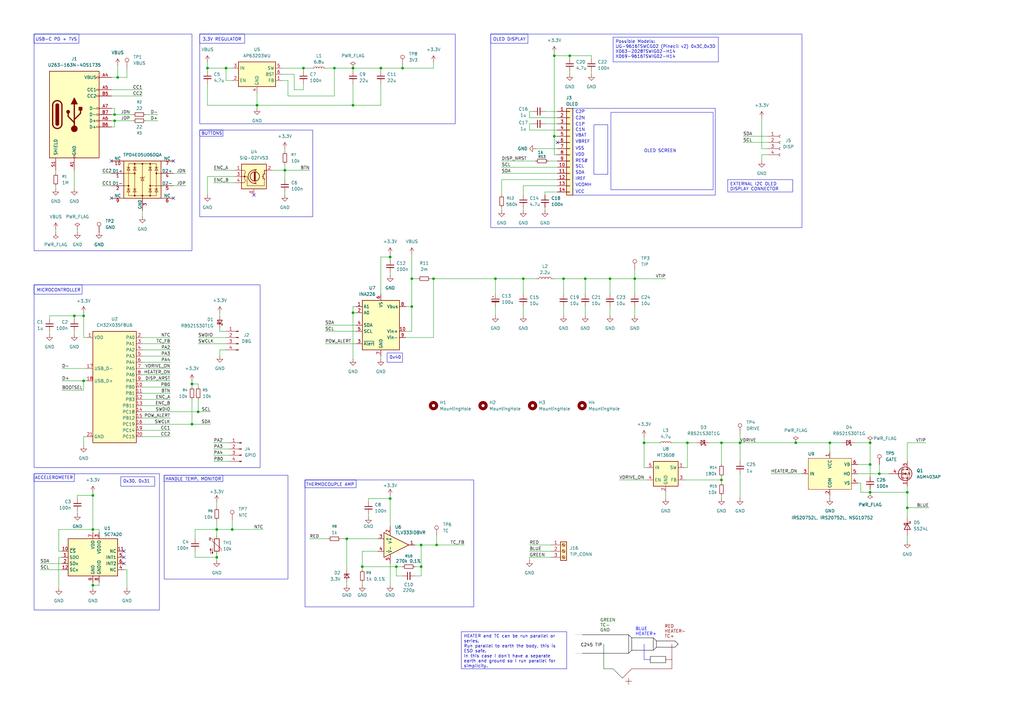
<source format=kicad_sch>
(kicad_sch
	(version 20250114)
	(generator "eeschema")
	(generator_version "9.0")
	(uuid "7095b018-eac3-4b01-b374-28e3216c4fd8")
	(paper "A3")
	
	(rectangle
		(start 13.97 194.31)
		(end 65.405 250.19)
		(stroke
			(width 0)
			(type default)
		)
		(fill
			(type none)
		)
		(uuid 25f66d05-38b5-4a17-99c1-8cad2c92cd3e)
	)
	(rectangle
		(start 13.97 13.97)
		(end 78.74 102.87)
		(stroke
			(width 0)
			(type default)
		)
		(fill
			(type none)
		)
		(uuid 34cfca7f-b72a-4261-a704-f33e6bc4b279)
	)
	(rectangle
		(start 13.97 194.31)
		(end 30.48 197.485)
		(stroke
			(width 0)
			(type default)
		)
		(fill
			(type none)
		)
		(uuid 37b1d202-d0af-4356-9cea-c5377ffdf5c6)
	)
	(rectangle
		(start 125.095 196.85)
		(end 146.05 200.025)
		(stroke
			(width 0)
			(type default)
		)
		(fill
			(type none)
		)
		(uuid 411456a7-808a-4a99-b2e7-4b00b0660778)
	)
	(rectangle
		(start 81.915 53.34)
		(end 91.44 55.88)
		(stroke
			(width 0)
			(type default)
		)
		(fill
			(type none)
		)
		(uuid 51756553-69aa-4f9f-a31a-a60fa2c78053)
	)
	(rectangle
		(start 13.97 116.84)
		(end 33.655 120.65)
		(stroke
			(width 0)
			(type default)
		)
		(fill
			(type none)
		)
		(uuid 7d5ee34c-3c30-4116-b034-575f8f5cbca0)
	)
	(rectangle
		(start 81.915 53.34)
		(end 128.27 88.9)
		(stroke
			(width 0)
			(type default)
		)
		(fill
			(type none)
		)
		(uuid 9c119ec4-7162-4594-9de4-9af2e8ac3469)
	)
	(rectangle
		(start 81.915 13.97)
		(end 100.33 17.78)
		(stroke
			(width 0)
			(type default)
		)
		(fill
			(type none)
		)
		(uuid 9d5c2b83-1ad1-4eb5-9c00-115d7cfbb819)
	)
	(rectangle
		(start 125.095 196.85)
		(end 194.31 248.92)
		(stroke
			(width 0)
			(type default)
		)
		(fill
			(type none)
		)
		(uuid a57dfd79-f7b7-44cf-be58-21e0757161fa)
	)
	(rectangle
		(start 13.97 116.84)
		(end 106.68 191.77)
		(stroke
			(width 0)
			(type default)
		)
		(fill
			(type none)
		)
		(uuid a66c837f-d550-4ad5-b67a-1a34b6eaed03)
	)
	(rectangle
		(start 250.571 46.101)
		(end 292.481 77.851)
		(stroke
			(width 0)
			(type default)
		)
		(fill
			(type none)
		)
		(uuid b323df54-646c-4c42-ac5d-c702f5da28df)
	)
	(rectangle
		(start 13.97 13.97)
		(end 32.385 17.78)
		(stroke
			(width 0)
			(type default)
		)
		(fill
			(type none)
		)
		(uuid b41c86f7-a703-4da7-9c7c-3d6f2dbdab0b)
	)
	(rectangle
		(start 67.31 194.945)
		(end 91.44 197.485)
		(stroke
			(width 0)
			(type default)
		)
		(fill
			(type none)
		)
		(uuid b798fff3-5d10-4e4c-948c-461a0845de52)
	)
	(rectangle
		(start 234.95 44.45)
		(end 293.37 80.01)
		(stroke
			(width 0)
			(type default)
		)
		(fill
			(type none)
		)
		(uuid c7ed09f4-c5b0-447c-8527-2fd1a9942fc7)
	)
	(rectangle
		(start 201.295 13.97)
		(end 328.93 93.345)
		(stroke
			(width 0)
			(type default)
		)
		(fill
			(type none)
		)
		(uuid c86b0301-7b25-4d55-b6bd-bf1af0f3ea13)
	)
	(rectangle
		(start 243.586 51.181)
		(end 249.301 71.501)
		(stroke
			(width 0)
			(type default)
		)
		(fill
			(type none)
		)
		(uuid cc173c2c-4802-4b85-8dc1-c0ed1e2586ae)
	)
	(rectangle
		(start 81.915 13.97)
		(end 186.69 50.8)
		(stroke
			(width 0)
			(type default)
		)
		(fill
			(type none)
		)
		(uuid d5e44070-3c31-4662-9265-15546dcb33a9)
	)
	(rectangle
		(start 67.31 194.945)
		(end 118.11 237.49)
		(stroke
			(width 0)
			(type default)
		)
		(fill
			(type none)
		)
		(uuid dc78faa3-7706-462b-aff1-ea2259b8957d)
	)
	(rectangle
		(start 201.295 13.97)
		(end 216.535 17.78)
		(stroke
			(width 0)
			(type default)
		)
		(fill
			(type none)
		)
		(uuid df873f2f-b2dc-4231-b391-da9722f3ee43)
	)
	(text "RED\nHEATER-\nTC+"
		(exclude_from_sim no)
		(at 272.542 259.08 0)
		(effects
			(font
				(size 1.27 1.27)
				(color 132 0 0 1)
			)
			(justify left)
		)
		(uuid "074f802c-7871-4a94-9d0f-a3c07209b08e")
	)
	(text "3.3V REGULATOR"
		(exclude_from_sim no)
		(at 83.058 16.256 0)
		(effects
			(font
				(size 1.27 1.27)
			)
			(justify left)
		)
		(uuid "270c64e9-acc9-4bdf-adf9-51e85a7cfae3")
	)
	(text "C2N"
		(exclude_from_sim no)
		(at 235.966 48.514 0)
		(effects
			(font
				(size 1.27 1.27)
			)
			(justify left)
		)
		(uuid "303735e4-f194-4e97-9ddd-7741146e5965")
	)
	(text "USB-C PD + TVS"
		(exclude_from_sim no)
		(at 14.478 16.256 0)
		(effects
			(font
				(size 1.27 1.27)
			)
			(justify left)
		)
		(uuid "3b53ae36-2320-46df-8526-8d2b0e4cd267")
	)
	(text "BUTTONS"
		(exclude_from_sim no)
		(at 82.55 54.864 0)
		(effects
			(font
				(size 1.27 1.27)
			)
			(justify left)
		)
		(uuid "4ff0d853-92f6-4f02-aa33-1f252be5ef75")
	)
	(text "SCL"
		(exclude_from_sim no)
		(at 235.966 68.326 0)
		(effects
			(font
				(size 1.27 1.27)
			)
			(justify left)
		)
		(uuid "63c62cf3-4266-478a-9f68-199034fe5d8b")
	)
	(text "RES#"
		(exclude_from_sim no)
		(at 235.966 66.04 0)
		(effects
			(font
				(size 1.27 1.27)
			)
			(justify left)
		)
		(uuid "6ce3c0b9-bb73-4f4d-8996-df06398c02e3")
	)
	(text "C1P"
		(exclude_from_sim no)
		(at 235.966 51.054 0)
		(effects
			(font
				(size 1.27 1.27)
			)
			(justify left)
		)
		(uuid "6d196f00-fda4-408a-b16f-63e268646b7a")
	)
	(text "ACCELEROMETER"
		(exclude_from_sim no)
		(at 22.098 196.088 0)
		(effects
			(font
				(size 1.27 1.27)
			)
		)
		(uuid "6d3cce01-49eb-4036-848c-880563d726ff")
	)
	(text "IREF"
		(exclude_from_sim no)
		(at 235.966 73.406 0)
		(effects
			(font
				(size 1.27 1.27)
			)
			(justify left)
		)
		(uuid "78269562-db7d-4f9c-9409-11de08793bfa")
	)
	(text "BLUE\nHEATER+"
		(exclude_from_sim no)
		(at 260.604 259.08 0)
		(effects
			(font
				(size 1.27 1.27)
				(color 0 0 255 1)
			)
			(justify left)
		)
		(uuid "7cd917a9-991f-405e-b4ad-1658a33b6480")
	)
	(text "C1N"
		(exclude_from_sim no)
		(at 235.966 53.34 0)
		(effects
			(font
				(size 1.27 1.27)
			)
			(justify left)
		)
		(uuid "86eaf89d-7735-48bc-8adf-2c6d7e1c9267")
	)
	(text "C2P"
		(exclude_from_sim no)
		(at 235.966 45.974 0)
		(effects
			(font
				(size 1.27 1.27)
			)
			(justify left)
		)
		(uuid "88767c22-62f5-491f-8191-e622ce50d549")
	)
	(text "VDD"
		(exclude_from_sim no)
		(at 235.966 63.5 0)
		(effects
			(font
				(size 1.27 1.27)
			)
			(justify left)
		)
		(uuid "98ea20d6-f789-4c9a-9d2d-ddf9c4e55ce3")
	)
	(text "HANDLE TEMP. MONITOR"
		(exclude_from_sim no)
		(at 79.248 196.596 0)
		(effects
			(font
				(size 1.27 1.27)
			)
		)
		(uuid "9cf9be48-0da6-4698-b802-905b4321ec7e")
	)
	(text "OLED SCREEN"
		(exclude_from_sim no)
		(at 270.764 61.976 0)
		(effects
			(font
				(size 1.27 1.27)
			)
		)
		(uuid "a7d4d929-dbaa-411d-a847-37e4617db2b8")
	)
	(text "VCC"
		(exclude_from_sim no)
		(at 235.966 78.74 0)
		(effects
			(font
				(size 1.27 1.27)
			)
			(justify left)
		)
		(uuid "c0b5be38-ee7a-4c62-b666-9455a24b9bdf")
	)
	(text "SDA"
		(exclude_from_sim no)
		(at 235.966 70.866 0)
		(effects
			(font
				(size 1.27 1.27)
			)
			(justify left)
		)
		(uuid "d1f23843-c159-4734-816f-e3ebdc7225d4")
	)
	(text "VBREF"
		(exclude_from_sim no)
		(at 235.966 58.166 0)
		(effects
			(font
				(size 1.27 1.27)
			)
			(justify left)
		)
		(uuid "dc92fbc2-eb7d-47ac-891e-6de1528c9506")
	)
	(text "OLED DISPLAY"
		(exclude_from_sim no)
		(at 202.184 16.256 0)
		(effects
			(font
				(size 1.27 1.27)
			)
			(justify left)
		)
		(uuid "e1182865-9cf6-484e-b369-4d8124243a24")
	)
	(text "VBAT"
		(exclude_from_sim no)
		(at 235.966 55.626 0)
		(effects
			(font
				(size 1.27 1.27)
			)
			(justify left)
		)
		(uuid "e5136794-6a5a-4728-b4d0-e47266a8ec2c")
	)
	(text "VSS"
		(exclude_from_sim no)
		(at 235.966 60.96 0)
		(effects
			(font
				(size 1.27 1.27)
			)
			(justify left)
		)
		(uuid "e5277a5c-1568-43ec-ab65-5c403a9ddad3")
	)
	(text "VCOMH"
		(exclude_from_sim no)
		(at 235.966 75.946 0)
		(effects
			(font
				(size 1.27 1.27)
			)
			(justify left)
		)
		(uuid "e677c7ab-e79d-4a1c-8a88-4a56ca5d6b79")
	)
	(text "THERMOCOUPLE AMP"
		(exclude_from_sim no)
		(at 135.382 198.882 0)
		(effects
			(font
				(size 1.27 1.27)
			)
		)
		(uuid "e865e2d4-df9a-47d7-8bc3-1d543675c813")
	)
	(text "MICROCONTROLLER"
		(exclude_from_sim no)
		(at 14.986 119.126 0)
		(effects
			(font
				(size 1.27 1.27)
			)
			(justify left)
		)
		(uuid "f4202bbd-17db-406a-9b6f-417fe43fdaab")
	)
	(text "C245 TIP"
		(exclude_from_sim no)
		(at 242.57 264.668 0)
		(effects
			(font
				(size 1.27 1.27)
				(color 0 0 0 1)
			)
		)
		(uuid "f5ebd9e6-7e85-4295-b1df-1fb1b0a60676")
	)
	(text "GREEN\nTC-\nGND"
		(exclude_from_sim no)
		(at 246.126 256.54 0)
		(effects
			(font
				(size 1.27 1.27)
				(color 0 72 0 1)
			)
			(justify left)
		)
		(uuid "fe22e110-b1c7-4e37-9dd2-ed4186183ab8")
	)
	(text_box "0x30, 0x31"
		(exclude_from_sim no)
		(at 49.53 195.58 0)
		(size 13.97 3.81)
		(margins 0.9525 0.9525 0.9525 0.9525)
		(stroke
			(width 0)
			(type solid)
		)
		(fill
			(type none)
		)
		(effects
			(font
				(size 1.27 1.27)
			)
			(justify left top)
		)
		(uuid "1c71f755-8c6a-46e5-9d91-8a816c1bdfae")
	)
	(text_box "EXTERNAL I2C OLED DISPLAY CONNECTOR"
		(exclude_from_sim no)
		(at 298.45 73.66 0)
		(size 26.67 5.08)
		(margins 0.9525 0.9525 0.9525 0.9525)
		(stroke
			(width 0)
			(type solid)
		)
		(fill
			(type none)
		)
		(effects
			(font
				(size 1.27 1.27)
			)
			(justify left top)
		)
		(uuid "4601eec6-3591-49d5-9b05-bbe6c60ab3cd")
	)
	(text_box "0x40"
		(exclude_from_sim no)
		(at 158.75 144.78 0)
		(size 6.35 3.81)
		(margins 0.9525 0.9525 0.9525 0.9525)
		(stroke
			(width 0)
			(type solid)
		)
		(fill
			(type none)
		)
		(effects
			(font
				(size 1.27 1.27)
			)
			(justify left top)
		)
		(uuid "9c02ec0f-e634-4a5d-8235-10e75e25b2f4")
	)
	(text_box "Possible Models:\nUG-9616TSWCG02 (Pinecil v2) 0x3C,0x3D\nX063-2028TSWIG02-H14\nX069-9616TSWIG02-H14"
		(exclude_from_sim no)
		(at 251.46 15.24 0)
		(size 43.18 10.16)
		(margins 0.9525 0.9525 0.9525 0.9525)
		(stroke
			(width 0)
			(type solid)
		)
		(fill
			(type none)
		)
		(effects
			(font
				(size 1.27 1.27)
			)
			(justify left top)
		)
		(uuid "aff1d92e-7948-41af-95d4-eec0b0d11729")
	)
	(text_box "HEATER and TC can be run parallel or series.\nRun parallel to earth the body, this is ESD safe.\nIn this case I don't have a separate earth and ground so I run parallel for simplicity."
		(exclude_from_sim no)
		(at 189.23 259.08 0)
		(size 43.18 15.24)
		(margins 0.9525 0.9525 0.9525 0.9525)
		(stroke
			(width 0)
			(type solid)
		)
		(fill
			(type none)
		)
		(effects
			(font
				(size 1.27 1.27)
			)
			(justify left top)
		)
		(uuid "f24e07f6-dab3-4874-a162-57756a4a0cb0")
	)
	(junction
		(at 326.39 181.61)
		(diameter 0)
		(color 0 0 0 0)
		(uuid "00837693-68bd-4254-8ab8-9c575bcd32d7")
	)
	(junction
		(at 81.28 168.91)
		(diameter 0)
		(color 0 0 0 0)
		(uuid "0376124e-fe7a-4814-987e-238a633a55c8")
	)
	(junction
		(at 179.07 223.52)
		(diameter 0)
		(color 0 0 0 0)
		(uuid "0628d189-e617-49e6-8e01-f0af2bfc08da")
	)
	(junction
		(at 281.94 181.61)
		(diameter 0)
		(color 0 0 0 0)
		(uuid "07d79252-3cfe-49d3-a697-b5180f951c75")
	)
	(junction
		(at 124.46 27.94)
		(diameter 0)
		(color 0 0 0 0)
		(uuid "0acd8611-5527-40f7-90a3-5c60d1adc1d0")
	)
	(junction
		(at 144.78 43.18)
		(diameter 0)
		(color 0 0 0 0)
		(uuid "22311b9f-04cf-44b4-b81a-9a2eee7d9814")
	)
	(junction
		(at 38.1 203.2)
		(diameter 0)
		(color 0 0 0 0)
		(uuid "223830ef-994b-458e-bef0-ec2a62ab1d6c")
	)
	(junction
		(at 356.87 201.93)
		(diameter 0)
		(color 0 0 0 0)
		(uuid "253e7a83-9b7c-4d4c-b8d1-7fbacce38609")
	)
	(junction
		(at 160.02 105.41)
		(diameter 0)
		(color 0 0 0 0)
		(uuid "2b9858fc-d565-4568-9ced-4f85b3261fac")
	)
	(junction
		(at 48.26 31.75)
		(diameter 0)
		(color 0 0 0 0)
		(uuid "2f314b8e-91bd-4e16-b2bc-2dca55d3cea3")
	)
	(junction
		(at 372.11 201.93)
		(diameter 0)
		(color 0 0 0 0)
		(uuid "3b65a788-4b4c-437e-96e5-165c51a854a4")
	)
	(junction
		(at 160.02 204.47)
		(diameter 0)
		(color 0 0 0 0)
		(uuid "3f9bcc33-18ad-48ec-8047-f514eddb9bd3")
	)
	(junction
		(at 95.25 217.17)
		(diameter 0)
		(color 0 0 0 0)
		(uuid "4002a57d-972e-46d6-a78f-15b2559a959f")
	)
	(junction
		(at 372.11 208.28)
		(diameter 0)
		(color 0 0 0 0)
		(uuid "40073d49-3f44-4af7-a787-657ab510a928")
	)
	(junction
		(at 340.36 181.61)
		(diameter 0)
		(color 0 0 0 0)
		(uuid "4022ea02-a839-4e77-8442-99daabad0cb4")
	)
	(junction
		(at 356.87 190.5)
		(diameter 0)
		(color 0 0 0 0)
		(uuid "45cd84fd-2fd0-4481-9f27-779c4e05a620")
	)
	(junction
		(at 148.59 232.41)
		(diameter 0)
		(color 0 0 0 0)
		(uuid "4793f579-9960-4fea-a983-16516b9a6a74")
	)
	(junction
		(at 30.48 129.54)
		(diameter 0)
		(color 0 0 0 0)
		(uuid "4a00e859-a3fe-467b-8ce9-def1b4a6bc1d")
	)
	(junction
		(at 264.16 181.61)
		(diameter 0)
		(color 0 0 0 0)
		(uuid "4c2788f8-2f3d-4c09-bf35-9265ddb84f5d")
	)
	(junction
		(at 137.16 27.94)
		(diameter 0)
		(color 0 0 0 0)
		(uuid "4e457d4d-37fd-4b51-a420-85ebb8dc04c5")
	)
	(junction
		(at 168.91 125.73)
		(diameter 0)
		(color 0 0 0 0)
		(uuid "51d47e0b-ff82-4d9a-812e-411a32b7bf19")
	)
	(junction
		(at 168.91 114.3)
		(diameter 0)
		(color 0 0 0 0)
		(uuid "52ff489f-9f01-453b-bd90-67ebcc43c015")
	)
	(junction
		(at 46.99 49.53)
		(diameter 0)
		(color 0 0 0 0)
		(uuid "5e8d1cf7-167e-4030-9f28-7c115ea5395b")
	)
	(junction
		(at 227.33 55.88)
		(diameter 0)
		(color 0 0 0 0)
		(uuid "5fbb3de9-86ee-49ad-a284-eb55f1cc692a")
	)
	(junction
		(at 360.68 194.31)
		(diameter 0)
		(color 0 0 0 0)
		(uuid "66c4d9ef-771e-41b1-986d-6915bd81ba87")
	)
	(junction
		(at 233.68 22.86)
		(diameter 0)
		(color 0 0 0 0)
		(uuid "73b54f8a-8892-4f5c-ad2f-0a2e6cc384c3")
	)
	(junction
		(at 34.29 129.54)
		(diameter 0)
		(color 0 0 0 0)
		(uuid "7463436f-e839-4ea2-a4bf-81f122061b20")
	)
	(junction
		(at 250.19 114.3)
		(diameter 0)
		(color 0 0 0 0)
		(uuid "74be8234-d464-4c0b-8cd5-92ab042ed197")
	)
	(junction
		(at 162.56 232.41)
		(diameter 0)
		(color 0 0 0 0)
		(uuid "77d052f3-f174-4ac4-b7f3-74fd8cd4f0e2")
	)
	(junction
		(at 144.78 128.27)
		(diameter 0)
		(color 0 0 0 0)
		(uuid "7a718757-763b-4e08-aad4-aaa4f9111b0a")
	)
	(junction
		(at 78.74 157.48)
		(diameter 0)
		(color 0 0 0 0)
		(uuid "81607e46-ed60-4e7b-900a-af756b50d9d4")
	)
	(junction
		(at 295.91 181.61)
		(diameter 0)
		(color 0 0 0 0)
		(uuid "81928cab-d290-47f7-99c7-9c8f417d4c4e")
	)
	(junction
		(at 260.35 114.3)
		(diameter 0)
		(color 0 0 0 0)
		(uuid "855762b6-ba6e-4668-b374-45a266a9df5c")
	)
	(junction
		(at 356.87 181.61)
		(diameter 0)
		(color 0 0 0 0)
		(uuid "866164ce-25ec-4289-a2cf-7099883dea86")
	)
	(junction
		(at 172.72 232.41)
		(diameter 0)
		(color 0 0 0 0)
		(uuid "879d8513-8c12-4c71-805b-cfd0566ce6a8")
	)
	(junction
		(at 34.29 156.21)
		(diameter 0)
		(color 0 0 0 0)
		(uuid "89bcf90e-9038-4def-8280-30d23811eeb8")
	)
	(junction
		(at 231.14 114.3)
		(diameter 0)
		(color 0 0 0 0)
		(uuid "8b64755e-064f-4e1f-acff-0c6da6bf1748")
	)
	(junction
		(at 227.33 22.86)
		(diameter 0)
		(color 0 0 0 0)
		(uuid "9531702c-c6a6-4297-8a10-64a5c6fc90b3")
	)
	(junction
		(at 214.63 114.3)
		(diameter 0)
		(color 0 0 0 0)
		(uuid "99470547-74e3-435a-aafe-b4ae68d1294d")
	)
	(junction
		(at 88.9 228.6)
		(diameter 0)
		(color 0 0 0 0)
		(uuid "9ba723fb-78b5-4d72-ae3c-94d59ceb7ba3")
	)
	(junction
		(at 172.72 223.52)
		(diameter 0)
		(color 0 0 0 0)
		(uuid "aff6f7cf-f995-4965-9b70-2f6e1afd3257")
	)
	(junction
		(at 203.2 114.3)
		(diameter 0)
		(color 0 0 0 0)
		(uuid "bd622f08-db3a-4046-921d-58baf4c7d1bc")
	)
	(junction
		(at 142.24 220.98)
		(diameter 0)
		(color 0 0 0 0)
		(uuid "be519101-b7e2-4e85-bc0c-866a0a6fdb77")
	)
	(junction
		(at 88.9 217.17)
		(diameter 0)
		(color 0 0 0 0)
		(uuid "c4f19431-f823-4a18-902b-e25529b1c304")
	)
	(junction
		(at 156.21 27.94)
		(diameter 0)
		(color 0 0 0 0)
		(uuid "caa23b1a-fb60-423d-84ed-a4ec6bda7dc1")
	)
	(junction
		(at 78.74 173.99)
		(diameter 0)
		(color 0 0 0 0)
		(uuid "cb369bbe-c983-4f03-86f5-9ab8b3b58edd")
	)
	(junction
		(at 116.84 69.85)
		(diameter 0)
		(color 0 0 0 0)
		(uuid "cbfb9910-a9c3-4d1d-beaf-ad4934f7e32e")
	)
	(junction
		(at 295.91 196.85)
		(diameter 0)
		(color 0 0 0 0)
		(uuid "cc109a5d-bdf8-421c-800f-f4fb1ea8fcea")
	)
	(junction
		(at 105.41 43.18)
		(diameter 0)
		(color 0 0 0 0)
		(uuid "d049456d-20ee-4308-a384-c295c5fb64a1")
	)
	(junction
		(at 38.1 240.03)
		(diameter 0)
		(color 0 0 0 0)
		(uuid "d3c0ec6c-e13a-496a-ad1c-ba60afc46b96")
	)
	(junction
		(at 46.99 46.99)
		(diameter 0)
		(color 0 0 0 0)
		(uuid "d3cb3929-1383-43bf-9aa0-8d6179547879")
	)
	(junction
		(at 144.78 27.94)
		(diameter 0)
		(color 0 0 0 0)
		(uuid "d5fd0359-f76b-4cc1-9ea5-8682bade4542")
	)
	(junction
		(at 165.1 27.94)
		(diameter 0)
		(color 0 0 0 0)
		(uuid "e1417cbc-3f5e-4fbf-9e5f-6dd5f49a833c")
	)
	(junction
		(at 38.1 217.17)
		(diameter 0)
		(color 0 0 0 0)
		(uuid "e18bde3c-0611-43e2-8458-23023e1703d3")
	)
	(junction
		(at 177.8 114.3)
		(diameter 0)
		(color 0 0 0 0)
		(uuid "e2f14e73-0508-430d-8056-4600df83ce56")
	)
	(junction
		(at 240.03 114.3)
		(diameter 0)
		(color 0 0 0 0)
		(uuid "e446b87b-dd2b-4e7f-9dbd-f1689a8c2a13")
	)
	(junction
		(at 303.53 181.61)
		(diameter 0)
		(color 0 0 0 0)
		(uuid "e5115188-7348-4d7f-9464-18609567d3fc")
	)
	(junction
		(at 92.71 27.94)
		(diameter 0)
		(color 0 0 0 0)
		(uuid "e80bc681-7695-43f3-a2bd-d411c7e86409")
	)
	(junction
		(at 85.09 27.94)
		(diameter 0)
		(color 0 0 0 0)
		(uuid "f1df4cab-d95d-4e21-b204-cc5686c3ccd2")
	)
	(no_connect
		(at 50.8 228.6)
		(uuid "12b81ef0-4fba-4b2f-98fa-a2180c0447e2")
	)
	(no_connect
		(at 50.8 231.14)
		(uuid "2b4977a8-0f21-4fec-84e4-4c603e997be4")
	)
	(no_connect
		(at 71.12 81.28)
		(uuid "46b4ccbc-24ab-4899-8505-9a1bc9336197")
	)
	(no_connect
		(at 45.72 66.04)
		(uuid "613b3790-5218-413f-a343-e26aa4ea4b95")
	)
	(no_connect
		(at 228.6 58.42)
		(uuid "8d801d13-32fe-4e34-8cc5-b8a86a497023")
	)
	(no_connect
		(at 45.72 81.28)
		(uuid "c9b41e3a-80a4-4410-be4c-91975e86700a")
	)
	(no_connect
		(at 104.14 80.01)
		(uuid "d8cbb7b8-f348-43ed-b12a-7c884625729d")
	)
	(no_connect
		(at 71.12 66.04)
		(uuid "e9fc4535-1911-4390-b5e2-c282d53c9319")
	)
	(no_connect
		(at 50.8 226.06)
		(uuid "eb0471e5-5852-410a-87ff-c81813b23343")
	)
	(wire
		(pts
			(xy 250.19 114.3) (xy 250.19 120.65)
		)
		(stroke
			(width 0)
			(type default)
		)
		(uuid "01019bf9-c94e-46c5-9440-886fbf1f7ac2")
	)
	(polyline
		(pts
			(xy 269.24 265.43) (xy 267.97 266.7)
		)
		(stroke
			(width 0)
			(type default)
			(color 0 0 0 1)
		)
		(uuid "026bb0ed-6072-40a3-95a7-f0b0e5bb9f80")
	)
	(wire
		(pts
			(xy 177.8 25.4) (xy 177.8 27.94)
		)
		(stroke
			(width 0)
			(type default)
		)
		(uuid "0280334b-627a-4233-a676-012a207d9298")
	)
	(wire
		(pts
			(xy 314.96 60.96) (xy 312.42 60.96)
		)
		(stroke
			(width 0)
			(type default)
		)
		(uuid "03842c5a-86c8-43a6-8e2e-a23b06776dce")
	)
	(wire
		(pts
			(xy 24.13 228.6) (xy 25.4 228.6)
		)
		(stroke
			(width 0)
			(type default)
		)
		(uuid "03f9526b-c252-4cea-a8ec-81306ff6df76")
	)
	(wire
		(pts
			(xy 41.91 76.2) (xy 45.72 76.2)
		)
		(stroke
			(width 0)
			(type default)
		)
		(uuid "057a48eb-9b1d-42a5-bf44-6985b9321748")
	)
	(wire
		(pts
			(xy 227.33 55.88) (xy 228.6 55.88)
		)
		(stroke
			(width 0)
			(type default)
		)
		(uuid "06a39b25-e5c0-48bf-8f66-6ff9e46efda7")
	)
	(polyline
		(pts
			(xy 275.59 270.51) (xy 273.05 270.51)
		)
		(stroke
			(width 0)
			(type solid)
			(color 132 0 0 1)
		)
		(uuid "07b98816-3d51-4f72-b198-7c04ddd02a60")
	)
	(wire
		(pts
			(xy 281.94 181.61) (xy 281.94 191.77)
		)
		(stroke
			(width 0)
			(type default)
		)
		(uuid "08ca60c2-d79a-4019-861d-7c88280594b9")
	)
	(wire
		(pts
			(xy 16.51 233.68) (xy 25.4 233.68)
		)
		(stroke
			(width 0)
			(type default)
		)
		(uuid "093a4bfc-aabd-4586-948a-1580d9afeffa")
	)
	(wire
		(pts
			(xy 45.72 36.83) (xy 58.42 36.83)
		)
		(stroke
			(width 0)
			(type default)
		)
		(uuid "098337dc-d67f-4f92-9e59-aa0530495823")
	)
	(wire
		(pts
			(xy 351.79 190.5) (xy 356.87 190.5)
		)
		(stroke
			(width 0)
			(type default)
		)
		(uuid "0991fc57-c77d-4d8b-a7f5-93559a71531e")
	)
	(wire
		(pts
			(xy 87.63 189.23) (xy 93.98 189.23)
		)
		(stroke
			(width 0)
			(type default)
		)
		(uuid "0b9dd952-cb79-4fd0-bb23-afa971cab4a1")
	)
	(wire
		(pts
			(xy 265.43 191.77) (xy 264.16 191.77)
		)
		(stroke
			(width 0)
			(type default)
		)
		(uuid "0bdd0dd3-1438-4145-a164-7482936ecc91")
	)
	(polyline
		(pts
			(xy 236.22 260.35) (xy 238.76 260.35)
		)
		(stroke
			(width 0)
			(type dot)
			(color 0 0 0 1)
		)
		(uuid "0bebbeb1-bed0-4084-8b40-7ac03a835cd7")
	)
	(wire
		(pts
			(xy 340.36 203.2) (xy 340.36 204.47)
		)
		(stroke
			(width 0)
			(type default)
		)
		(uuid "0c9fa1d8-a413-4dad-b1e6-53724d6877dc")
	)
	(wire
		(pts
			(xy 356.87 200.66) (xy 356.87 201.93)
		)
		(stroke
			(width 0)
			(type default)
		)
		(uuid "0d1d8e67-44be-4e93-8637-8b77df712344")
	)
	(wire
		(pts
			(xy 85.09 34.29) (xy 85.09 43.18)
		)
		(stroke
			(width 0)
			(type default)
		)
		(uuid "0d1da041-1604-484f-8588-64418e6780df")
	)
	(wire
		(pts
			(xy 264.16 179.07) (xy 264.16 181.61)
		)
		(stroke
			(width 0)
			(type default)
		)
		(uuid "0d6f32d5-98ad-41ed-b781-51035ba32ce2")
	)
	(polyline
		(pts
			(xy 266.7 269.24) (xy 266.7 271.78)
		)
		(stroke
			(width 0)
			(type solid)
			(color 0 0 0 1)
		)
		(uuid "0e087217-7caf-4ae9-80d3-cf5e99ccbd9c")
	)
	(wire
		(pts
			(xy 133.35 135.89) (xy 146.05 135.89)
		)
		(stroke
			(width 0)
			(type default)
		)
		(uuid "0e1505d5-48c5-405d-bd30-c6b5fe5cd7d7")
	)
	(wire
		(pts
			(xy 78.74 157.48) (xy 81.28 157.48)
		)
		(stroke
			(width 0)
			(type default)
		)
		(uuid "0e2e8ef7-9967-4f2a-a391-35d57131fb71")
	)
	(wire
		(pts
			(xy 80.01 217.17) (xy 88.9 217.17)
		)
		(stroke
			(width 0)
			(type default)
		)
		(uuid "0f8627da-dc1e-4504-acfc-120e3647c5b5")
	)
	(wire
		(pts
			(xy 214.63 85.09) (xy 214.63 86.36)
		)
		(stroke
			(width 0)
			(type default)
		)
		(uuid "0fdf5b0f-14a7-4ff5-aee8-91dcf3e80430")
	)
	(polyline
		(pts
			(xy 276.86 262.89) (xy 278.13 264.16)
		)
		(stroke
			(width 0)
			(type default)
			(color 0 0 0 1)
		)
		(uuid "0ffc5971-b130-492f-a7ea-ccd3781d517b")
	)
	(wire
		(pts
			(xy 303.53 189.23) (xy 303.53 181.61)
		)
		(stroke
			(width 0)
			(type default)
		)
		(uuid "1213dcc9-1528-4b78-b712-6cdbea454856")
	)
	(wire
		(pts
			(xy 148.59 232.41) (xy 148.59 226.06)
		)
		(stroke
			(width 0)
			(type default)
		)
		(uuid "12f02fb2-28a7-4766-ae13-424545151178")
	)
	(wire
		(pts
			(xy 314.96 63.5) (xy 312.42 63.5)
		)
		(stroke
			(width 0)
			(type default)
		)
		(uuid "135a5403-fc39-4e32-bdbe-f1bc6a7928ee")
	)
	(wire
		(pts
			(xy 148.59 232.41) (xy 162.56 232.41)
		)
		(stroke
			(width 0)
			(type default)
		)
		(uuid "13e7537a-edd6-43d5-8bb0-f6eb3d491016")
	)
	(wire
		(pts
			(xy 172.72 232.41) (xy 172.72 223.52)
		)
		(stroke
			(width 0)
			(type default)
		)
		(uuid "1427c6b1-5293-499b-9663-f54121cc8ca4")
	)
	(wire
		(pts
			(xy 58.42 146.05) (xy 69.85 146.05)
		)
		(stroke
			(width 0)
			(type default)
		)
		(uuid "152a5c54-b2a9-40eb-a43b-a0108b21647d")
	)
	(wire
		(pts
			(xy 87.63 69.85) (xy 96.52 69.85)
		)
		(stroke
			(width 0)
			(type default)
		)
		(uuid "15d75b7e-53c1-4b3b-bead-3e9845084cb1")
	)
	(wire
		(pts
			(xy 179.07 219.71) (xy 179.07 223.52)
		)
		(stroke
			(width 0)
			(type default)
		)
		(uuid "15df7bad-ee2a-4921-9d90-5b9bd5ed5bc2")
	)
	(wire
		(pts
			(xy 203.2 114.3) (xy 214.63 114.3)
		)
		(stroke
			(width 0)
			(type default)
		)
		(uuid "160924b9-71b2-497e-afa5-3fa032761b8c")
	)
	(wire
		(pts
			(xy 160.02 203.2) (xy 160.02 204.47)
		)
		(stroke
			(width 0)
			(type default)
		)
		(uuid "16a235b6-6479-41c3-934b-5990cd87fafe")
	)
	(wire
		(pts
			(xy 227.33 55.88) (xy 227.33 63.5)
		)
		(stroke
			(width 0)
			(type default)
		)
		(uuid "16a6ad92-1a6b-4d2b-93f1-5652f5947dbb")
	)
	(wire
		(pts
			(xy 45.72 52.07) (xy 46.99 52.07)
		)
		(stroke
			(width 0)
			(type default)
		)
		(uuid "18438b3a-827e-4972-b4d2-e39627126fd2")
	)
	(polyline
		(pts
			(xy 255.27 260.35) (xy 257.81 260.35)
		)
		(stroke
			(width 0)
			(type default)
			(color 0 0 0 1)
		)
		(uuid "185695dd-6d7c-4a99-817d-9d7e560e285b")
	)
	(wire
		(pts
			(xy 58.42 153.67) (xy 69.85 153.67)
		)
		(stroke
			(width 0)
			(type default)
		)
		(uuid "185cc638-609c-4acf-9a83-434d47f9bece")
	)
	(wire
		(pts
			(xy 303.53 181.61) (xy 295.91 181.61)
		)
		(stroke
			(width 0)
			(type default)
		)
		(uuid "18853170-98c0-4142-a886-9b88272679cd")
	)
	(wire
		(pts
			(xy 264.16 191.77) (xy 264.16 181.61)
		)
		(stroke
			(width 0)
			(type default)
		)
		(uuid "19c2bb4e-b6a2-428b-b46d-e50a0b5d9ad9")
	)
	(wire
		(pts
			(xy 90.17 135.89) (xy 92.71 135.89)
		)
		(stroke
			(width 0)
			(type default)
		)
		(uuid "1b5db70b-c75a-47b9-9005-1a033afb345d")
	)
	(wire
		(pts
			(xy 356.87 201.93) (xy 372.11 201.93)
		)
		(stroke
			(width 0)
			(type default)
		)
		(uuid "1b77d230-b149-4ebc-9500-892f807d9feb")
	)
	(wire
		(pts
			(xy 80.01 228.6) (xy 80.01 226.06)
		)
		(stroke
			(width 0)
			(type default)
		)
		(uuid "1b9cd177-a46a-4a5a-81a3-e55bb87811dd")
	)
	(polyline
		(pts
			(xy 264.16 264.16) (xy 264.16 270.51)
		)
		(stroke
			(width 0)
			(type solid)
			(color 0 0 255 1)
		)
		(uuid "1ba11ea6-79fc-470e-8095-8fd6d151a60b")
	)
	(wire
		(pts
			(xy 24.13 226.06) (xy 24.13 217.17)
		)
		(stroke
			(width 0)
			(type default)
		)
		(uuid "1c166601-d1f1-4dcf-81f6-af70e0a8c0df")
	)
	(wire
		(pts
			(xy 58.42 166.37) (xy 69.85 166.37)
		)
		(stroke
			(width 0)
			(type default)
		)
		(uuid "1c31a3a0-71be-4869-aecb-fe7720f70370")
	)
	(wire
		(pts
			(xy 214.63 125.73) (xy 214.63 129.54)
		)
		(stroke
			(width 0)
			(type default)
		)
		(uuid "1cdb49d6-e828-4a8b-a2bc-2a9374af56ed")
	)
	(polyline
		(pts
			(xy 247.65 264.16) (xy 247.65 274.32)
		)
		(stroke
			(width 0)
			(type solid)
			(color 0 72 0 1)
		)
		(uuid "1d759bc9-3b87-4396-975b-76eb784a4ee5")
	)
	(wire
		(pts
			(xy 214.63 114.3) (xy 219.71 114.3)
		)
		(stroke
			(width 0)
			(type default)
		)
		(uuid "1d9c458a-8492-41ed-a2aa-d735f07b95cf")
	)
	(wire
		(pts
			(xy 95.25 27.94) (xy 92.71 27.94)
		)
		(stroke
			(width 0)
			(type default)
		)
		(uuid "202f5003-0a48-4fcb-962b-eb5d0b2eea8c")
	)
	(wire
		(pts
			(xy 214.63 114.3) (xy 214.63 120.65)
		)
		(stroke
			(width 0)
			(type default)
		)
		(uuid "21e02397-be46-4ce1-86f0-c87b0ef9b9f7")
	)
	(wire
		(pts
			(xy 105.41 43.18) (xy 144.78 43.18)
		)
		(stroke
			(width 0)
			(type default)
		)
		(uuid "228d2b28-0e5e-4a0f-9a64-60ca034456d5")
	)
	(wire
		(pts
			(xy 22.86 69.85) (xy 22.86 71.12)
		)
		(stroke
			(width 0)
			(type default)
		)
		(uuid "22ceb097-bc74-4764-aecd-0b980944d711")
	)
	(wire
		(pts
			(xy 144.78 125.73) (xy 144.78 128.27)
		)
		(stroke
			(width 0)
			(type default)
		)
		(uuid "24fe0135-b756-433b-bdcc-2148b0ebafa5")
	)
	(wire
		(pts
			(xy 165.1 236.22) (xy 162.56 236.22)
		)
		(stroke
			(width 0)
			(type default)
		)
		(uuid "28f9a714-ce47-4a87-9eba-39a2e1e51e21")
	)
	(wire
		(pts
			(xy 137.16 39.37) (xy 118.11 39.37)
		)
		(stroke
			(width 0)
			(type default)
		)
		(uuid "296133f5-2a32-47e9-994c-67f3c4c032fa")
	)
	(polyline
		(pts
			(xy 275.59 264.16) (xy 275.59 270.51)
		)
		(stroke
			(width 0)
			(type solid)
			(color 132 0 0 1)
		)
		(uuid "2986f712-090f-47d7-9d1c-d91842ebf259")
	)
	(wire
		(pts
			(xy 46.99 44.45) (xy 46.99 46.99)
		)
		(stroke
			(width 0)
			(type default)
		)
		(uuid "2b6c7f04-a093-4524-90eb-496f9f787527")
	)
	(polyline
		(pts
			(xy 273.05 270.51) (xy 273.05 269.24)
		)
		(stroke
			(width 0)
			(type solid)
			(color 0 0 0 1)
		)
		(uuid "2c47bba1-b584-4271-bdfb-c24c01ea95ec")
	)
	(wire
		(pts
			(xy 168.91 135.89) (xy 168.91 125.73)
		)
		(stroke
			(width 0)
			(type default)
		)
		(uuid "2c54bbfb-f127-4130-bf7e-20082ec4d606")
	)
	(wire
		(pts
			(xy 205.74 73.66) (xy 205.74 80.01)
		)
		(stroke
			(width 0)
			(type default)
		)
		(uuid "2c6750b6-74c7-4d32-8f14-8af4353a5366")
	)
	(wire
		(pts
			(xy 105.41 43.18) (xy 105.41 44.45)
		)
		(stroke
			(width 0)
			(type default)
		)
		(uuid "2caf9a90-c3fc-4061-b393-2a0dec203c07")
	)
	(wire
		(pts
			(xy 165.1 27.94) (xy 156.21 27.94)
		)
		(stroke
			(width 0)
			(type default)
		)
		(uuid "2d187708-14d1-4b14-97da-655569780a1e")
	)
	(wire
		(pts
			(xy 52.07 27.94) (xy 52.07 31.75)
		)
		(stroke
			(width 0)
			(type default)
		)
		(uuid "2df3d32d-311c-47e3-a442-3ee8979c7d9e")
	)
	(wire
		(pts
			(xy 144.78 43.18) (xy 156.21 43.18)
		)
		(stroke
			(width 0)
			(type default)
		)
		(uuid "2e8bc53e-95b2-4423-886b-bfb2eecd08b4")
	)
	(wire
		(pts
			(xy 45.72 31.75) (xy 48.26 31.75)
		)
		(stroke
			(width 0)
			(type default)
		)
		(uuid "2f68ac55-2ae3-4fdc-bcfb-21f448f1abfc")
	)
	(wire
		(pts
			(xy 88.9 217.17) (xy 95.25 217.17)
		)
		(stroke
			(width 0)
			(type default)
		)
		(uuid "2f7c8f4f-5718-4ee6-b598-55a2c858af33")
	)
	(wire
		(pts
			(xy 166.37 135.89) (xy 168.91 135.89)
		)
		(stroke
			(width 0)
			(type default)
		)
		(uuid "2fa27b4d-8b9b-403b-8454-e0568be41ed9")
	)
	(wire
		(pts
			(xy 38.1 201.93) (xy 38.1 203.2)
		)
		(stroke
			(width 0)
			(type default)
		)
		(uuid "2ff8f590-a0dd-4986-b523-e06c9b3827a0")
	)
	(polyline
		(pts
			(xy 259.08 261.62) (xy 259.08 266.7)
		)
		(stroke
			(width 0)
			(type default)
			(color 0 0 0 1)
		)
		(uuid "2ffefb90-6206-45ca-b57b-84bd29cfce39")
	)
	(wire
		(pts
			(xy 303.53 181.61) (xy 326.39 181.61)
		)
		(stroke
			(width 0)
			(type default)
		)
		(uuid "30582172-f069-4a5c-98a5-78a219f57280")
	)
	(polyline
		(pts
			(xy 266.7 261.62) (xy 267.97 261.62)
		)
		(stroke
			(width 0)
			(type default)
			(color 0 0 0 1)
		)
		(uuid "30fd122b-5121-4a83-88df-f8bbacf354a5")
	)
	(wire
		(pts
			(xy 360.68 190.5) (xy 360.68 194.31)
		)
		(stroke
			(width 0)
			(type default)
		)
		(uuid "319832c8-88e9-49b7-9f52-f03223444310")
	)
	(wire
		(pts
			(xy 58.42 179.07) (xy 69.85 179.07)
		)
		(stroke
			(width 0)
			(type default)
		)
		(uuid "31a5a27a-16db-4a49-a5fb-95805556c18e")
	)
	(wire
		(pts
			(xy 146.05 128.27) (xy 144.78 128.27)
		)
		(stroke
			(width 0)
			(type default)
		)
		(uuid "31f252ab-73a3-4779-8d41-a323f96c5a55")
	)
	(wire
		(pts
			(xy 124.46 36.83) (xy 120.65 36.83)
		)
		(stroke
			(width 0)
			(type default)
		)
		(uuid "326fcbeb-6568-414a-bae2-3482d5ca26c6")
	)
	(wire
		(pts
			(xy 168.91 114.3) (xy 171.45 114.3)
		)
		(stroke
			(width 0)
			(type default)
		)
		(uuid "333015d3-5f39-4099-b71e-407bd25aa299")
	)
	(wire
		(pts
			(xy 31.75 204.47) (xy 31.75 203.2)
		)
		(stroke
			(width 0)
			(type default)
		)
		(uuid "34170387-03a3-4d7d-9f6a-9db512b2f47f")
	)
	(wire
		(pts
			(xy 38.1 203.2) (xy 38.1 217.17)
		)
		(stroke
			(width 0)
			(type default)
		)
		(uuid "35471a9a-1159-4acb-bd51-1f7248a7d096")
	)
	(wire
		(pts
			(xy 92.71 27.94) (xy 85.09 27.94)
		)
		(stroke
			(width 0)
			(type default)
		)
		(uuid "35fc1e6c-2319-48d6-b1ef-3f4c892dc210")
	)
	(wire
		(pts
			(xy 142.24 220.98) (xy 154.94 220.98)
		)
		(stroke
			(width 0)
			(type default)
		)
		(uuid "36f53756-61b8-4225-b3bf-fa4d238d3b1c")
	)
	(wire
		(pts
			(xy 34.29 129.54) (xy 34.29 138.43)
		)
		(stroke
			(width 0)
			(type default)
		)
		(uuid "37760e84-34f3-4903-8420-24fbe82cc7d6")
	)
	(polyline
		(pts
			(xy 257.81 275.59) (xy 255.27 278.13)
		)
		(stroke
			(width 0)
			(type solid)
			(color 132 0 0 1)
		)
		(uuid "37ebe191-502b-4008-ade9-750ab2ba02d7")
	)
	(wire
		(pts
			(xy 85.09 27.94) (xy 85.09 29.21)
		)
		(stroke
			(width 0)
			(type default)
		)
		(uuid "3855a61f-666e-4706-aff6-2793b5d48fb3")
	)
	(wire
		(pts
			(xy 58.42 86.36) (xy 58.42 88.9)
		)
		(stroke
			(width 0)
			(type default)
		)
		(uuid "3884bd08-970a-4525-a7ae-3d118eacfc46")
	)
	(wire
		(pts
			(xy 146.05 125.73) (xy 144.78 125.73)
		)
		(stroke
			(width 0)
			(type default)
		)
		(uuid "39f068f3-2047-4c72-80dc-020c555ed629")
	)
	(wire
		(pts
			(xy 156.21 29.21) (xy 156.21 27.94)
		)
		(stroke
			(width 0)
			(type default)
		)
		(uuid "3be291d1-3abb-48c6-8d25-0c043a9fcb68")
	)
	(wire
		(pts
			(xy 228.6 53.34) (xy 217.17 53.34)
		)
		(stroke
			(width 0)
			(type default)
		)
		(uuid "3cc74a2e-0fe8-421a-b5ee-daa8e8b3a712")
	)
	(wire
		(pts
			(xy 81.28 158.75) (xy 81.28 157.48)
		)
		(stroke
			(width 0)
			(type default)
		)
		(uuid "3e0b80ea-981d-44ea-98ef-2a7e6f6c8ed9")
	)
	(wire
		(pts
			(xy 224.79 66.04) (xy 228.6 66.04)
		)
		(stroke
			(width 0)
			(type default)
		)
		(uuid "3e7e3e9e-2270-4d22-887c-ad05a3264519")
	)
	(wire
		(pts
			(xy 304.8 55.88) (xy 314.96 55.88)
		)
		(stroke
			(width 0)
			(type default)
		)
		(uuid "3f07dcbe-05e3-41ff-be16-8ec7f5d053da")
	)
	(wire
		(pts
			(xy 59.69 49.53) (xy 64.77 49.53)
		)
		(stroke
			(width 0)
			(type default)
		)
		(uuid "3fb95421-59f4-497f-8b94-8962c1179ed1")
	)
	(wire
		(pts
			(xy 20.32 129.54) (xy 30.48 129.54)
		)
		(stroke
			(width 0)
			(type default)
		)
		(uuid "40920f53-5818-408c-bc37-08872dc5c2db")
	)
	(wire
		(pts
			(xy 240.03 114.3) (xy 250.19 114.3)
		)
		(stroke
			(width 0)
			(type default)
		)
		(uuid "40a99504-58e3-4348-9507-ca226b6e34ba")
	)
	(wire
		(pts
			(xy 52.07 233.68) (xy 52.07 241.3)
		)
		(stroke
			(width 0)
			(type default)
		)
		(uuid "40b028e4-52bf-4d41-b4ef-331b7c9a978e")
	)
	(wire
		(pts
			(xy 142.24 238.76) (xy 142.24 240.03)
		)
		(stroke
			(width 0)
			(type default)
		)
		(uuid "43271041-c5c8-412c-bfdd-5618a8d6f936")
	)
	(wire
		(pts
			(xy 50.8 233.68) (xy 52.07 233.68)
		)
		(stroke
			(width 0)
			(type default)
		)
		(uuid "435771e7-7406-4d64-854d-386effbd573f")
	)
	(wire
		(pts
			(xy 350.52 181.61) (xy 356.87 181.61)
		)
		(stroke
			(width 0)
			(type default)
		)
		(uuid "43bc359c-fbc5-42f0-9eb9-e197be54c3b7")
	)
	(wire
		(pts
			(xy 203.2 125.73) (xy 203.2 129.54)
		)
		(stroke
			(width 0)
			(type default)
		)
		(uuid "441ff4a3-f859-423e-b7b8-38e180e5fb28")
	)
	(wire
		(pts
			(xy 45.72 39.37) (xy 58.42 39.37)
		)
		(stroke
			(width 0)
			(type default)
		)
		(uuid "44f9df40-5b32-48e7-b548-a32438cf0dfd")
	)
	(wire
		(pts
			(xy 85.09 43.18) (xy 105.41 43.18)
		)
		(stroke
			(width 0)
			(type default)
		)
		(uuid "4565d69f-09cb-47a5-b4c9-ecffd44c036a")
	)
	(wire
		(pts
			(xy 233.68 29.21) (xy 233.68 30.48)
		)
		(stroke
			(width 0)
			(type default)
		)
		(uuid "46dd8646-50ac-4ac6-9c60-c9a27d511d5f")
	)
	(wire
		(pts
			(xy 46.99 46.99) (xy 54.61 46.99)
		)
		(stroke
			(width 0)
			(type default)
		)
		(uuid "477f52c3-2d50-4858-b854-31927f0e8c86")
	)
	(wire
		(pts
			(xy 254 196.85) (xy 265.43 196.85)
		)
		(stroke
			(width 0)
			(type default)
		)
		(uuid "49f27579-6d42-4b75-821c-07e9cd3dd8c3")
	)
	(wire
		(pts
			(xy 58.42 168.91) (xy 81.28 168.91)
		)
		(stroke
			(width 0)
			(type default)
		)
		(uuid "4b4a165d-6c8d-46da-937d-81a3f22e7c24")
	)
	(wire
		(pts
			(xy 223.52 78.74) (xy 223.52 80.01)
		)
		(stroke
			(width 0)
			(type default)
		)
		(uuid "4be25685-095f-4656-b86d-69637547dd3b")
	)
	(wire
		(pts
			(xy 87.63 184.15) (xy 93.98 184.15)
		)
		(stroke
			(width 0)
			(type default)
		)
		(uuid "4df040de-03fb-417a-a907-eaf23c8c0153")
	)
	(wire
		(pts
			(xy 118.11 33.02) (xy 115.57 33.02)
		)
		(stroke
			(width 0)
			(type default)
		)
		(uuid "4f4b934f-7d9e-412b-a153-41f1a475441a")
	)
	(wire
		(pts
			(xy 356.87 195.58) (xy 356.87 190.5)
		)
		(stroke
			(width 0)
			(type default)
		)
		(uuid "50105f6a-2056-4e3f-82d2-91660983096a")
	)
	(wire
		(pts
			(xy 156.21 34.29) (xy 156.21 43.18)
		)
		(stroke
			(width 0)
			(type default)
		)
		(uuid "507295aa-769d-4e4c-bb64-5cef23014ec1")
	)
	(wire
		(pts
			(xy 233.68 22.86) (xy 242.57 22.86)
		)
		(stroke
			(width 0)
			(type default)
		)
		(uuid "50f5870c-dfc9-4c5e-8373-f3177df46256")
	)
	(wire
		(pts
			(xy 139.7 220.98) (xy 142.24 220.98)
		)
		(stroke
			(width 0)
			(type default)
		)
		(uuid "526aab1b-2e86-46aa-a2ed-11f7074eac6c")
	)
	(wire
		(pts
			(xy 162.56 236.22) (xy 162.56 232.41)
		)
		(stroke
			(width 0)
			(type default)
		)
		(uuid "52b05445-eba3-468e-a8e4-7f5fee37bfa3")
	)
	(wire
		(pts
			(xy 156.21 146.05) (xy 156.21 147.32)
		)
		(stroke
			(width 0)
			(type default)
		)
		(uuid "538fbbec-8560-4e06-996c-abb855275aeb")
	)
	(wire
		(pts
			(xy 205.74 66.04) (xy 219.71 66.04)
		)
		(stroke
			(width 0)
			(type default)
		)
		(uuid "540bbf13-80aa-48fb-9f7d-839a09a5e5d1")
	)
	(wire
		(pts
			(xy 228.6 73.66) (xy 205.74 73.66)
		)
		(stroke
			(width 0)
			(type default)
		)
		(uuid "5441edd1-fe7e-4fc1-8c5a-7afde3fde38f")
	)
	(wire
		(pts
			(xy 176.53 114.3) (xy 177.8 114.3)
		)
		(stroke
			(width 0)
			(type default)
		)
		(uuid "54ad223e-c71b-46e2-9caa-0c4be00d5aa6")
	)
	(wire
		(pts
			(xy 217.17 53.34) (xy 217.17 50.8)
		)
		(stroke
			(width 0)
			(type default)
		)
		(uuid "55888b6b-83fa-452a-ac63-f7c4165439be")
	)
	(wire
		(pts
			(xy 40.64 217.17) (xy 38.1 217.17)
		)
		(stroke
			(width 0)
			(type default)
		)
		(uuid "56c01bcc-786b-47f7-8417-e078665f707d")
	)
	(wire
		(pts
			(xy 45.72 49.53) (xy 46.99 49.53)
		)
		(stroke
			(width 0)
			(type default)
		)
		(uuid "58311d62-5209-4668-8c0a-0688eaefff65")
	)
	(wire
		(pts
			(xy 280.67 191.77) (xy 281.94 191.77)
		)
		(stroke
			(width 0)
			(type default)
		)
		(uuid "58f700b7-37c3-4310-b500-1cda82d09e21")
	)
	(wire
		(pts
			(xy 78.74 173.99) (xy 86.36 173.99)
		)
		(stroke
			(width 0)
			(type default)
		)
		(uuid "58fb1b17-d555-4729-889e-8c7151b03c6b")
	)
	(wire
		(pts
			(xy 90.17 134.62) (xy 90.17 135.89)
		)
		(stroke
			(width 0)
			(type default)
		)
		(uuid "5901917b-5e24-494f-95e5-da8316175cef")
	)
	(wire
		(pts
			(xy 88.9 213.36) (xy 88.9 217.17)
		)
		(stroke
			(width 0)
			(type default)
		)
		(uuid "5a3922d9-3d11-4830-a9ff-b85b38ae2a3e")
	)
	(wire
		(pts
			(xy 172.72 223.52) (xy 170.18 223.52)
		)
		(stroke
			(width 0)
			(type default)
		)
		(uuid "5bc55678-cc1b-41c6-993b-a76fa6e6464d")
	)
	(wire
		(pts
			(xy 78.74 163.83) (xy 78.74 173.99)
		)
		(stroke
			(width 0)
			(type default)
		)
		(uuid "5bd12bca-db6a-4a52-915d-91f8b9bdf35c")
	)
	(wire
		(pts
			(xy 58.42 151.13) (xy 69.85 151.13)
		)
		(stroke
			(width 0)
			(type default)
		)
		(uuid "5c1e8120-e4de-4d75-9341-62a75d8b27c3")
	)
	(polyline
		(pts
			(xy 256.54 279.4) (xy 259.08 279.4)
		)
		(stroke
			(width 0)
			(type solid)
			(color 132 0 0 1)
		)
		(uuid "5d7ceb27-03b2-45e1-b362-398a759c5376")
	)
	(wire
		(pts
			(xy 116.84 69.85) (xy 127 69.85)
		)
		(stroke
			(width 0)
			(type default)
		)
		(uuid "5e03bf3a-c59e-4898-85ee-e53976447119")
	)
	(wire
		(pts
			(xy 31.75 210.82) (xy 31.75 209.55)
		)
		(stroke
			(width 0)
			(type default)
		)
		(uuid "5e2073e8-74bc-4c16-ab3f-14cc657e4caf")
	)
	(wire
		(pts
			(xy 31.75 93.98) (xy 31.75 95.25)
		)
		(stroke
			(width 0)
			(type default)
		)
		(uuid "5fc7002c-30aa-4fce-b12e-77acff85c4d9")
	)
	(wire
		(pts
			(xy 133.35 140.97) (xy 146.05 140.97)
		)
		(stroke
			(width 0)
			(type default)
		)
		(uuid "608acfce-b2c2-41f1-9dfb-c5e97689166b")
	)
	(wire
		(pts
			(xy 30.48 69.85) (xy 30.48 77.47)
		)
		(stroke
			(width 0)
			(type default)
		)
		(uuid "60ebfe2a-283b-49d8-a3ea-22439dc77e00")
	)
	(wire
		(pts
			(xy 85.09 72.39) (xy 85.09 80.01)
		)
		(stroke
			(width 0)
			(type default)
		)
		(uuid "60f900e6-87c2-479a-904e-f71e35757fbe")
	)
	(wire
		(pts
			(xy 118.11 39.37) (xy 118.11 33.02)
		)
		(stroke
			(width 0)
			(type default)
		)
		(uuid "61200c40-d0fe-4545-9bab-84dfe13b8dc8")
	)
	(wire
		(pts
			(xy 16.51 231.14) (xy 25.4 231.14)
		)
		(stroke
			(width 0)
			(type default)
		)
		(uuid "614acc5a-4cf6-4c10-a747-b1df3dda8ff6")
	)
	(wire
		(pts
			(xy 304.8 58.42) (xy 314.96 58.42)
		)
		(stroke
			(width 0)
			(type default)
		)
		(uuid "6165d136-9108-4db3-b513-83193b2dfb5a")
	)
	(wire
		(pts
			(xy 165.1 232.41) (xy 162.56 232.41)
		)
		(stroke
			(width 0)
			(type default)
		)
		(uuid "61f8d715-a3cd-4601-8d26-cb542f53ba57")
	)
	(wire
		(pts
			(xy 81.28 168.91) (xy 86.36 168.91)
		)
		(stroke
			(width 0)
			(type default)
		)
		(uuid "62306eb0-07e1-4428-a61f-9f92776b885b")
	)
	(wire
		(pts
			(xy 312.42 48.26) (xy 312.42 60.96)
		)
		(stroke
			(width 0)
			(type default)
		)
		(uuid "63330be7-4f81-4d63-a1d0-eea4bce048f0")
	)
	(wire
		(pts
			(xy 58.42 163.83) (xy 69.85 163.83)
		)
		(stroke
			(width 0)
			(type default)
		)
		(uuid "642d3b9f-9732-4877-9fa9-a9ab8e68b763")
	)
	(wire
		(pts
			(xy 88.9 217.17) (xy 88.9 219.71)
		)
		(stroke
			(width 0)
			(type default)
		)
		(uuid "64d3d207-db7e-4856-a751-f068e5cf3811")
	)
	(wire
		(pts
			(xy 372.11 181.61) (xy 379.73 181.61)
		)
		(stroke
			(width 0)
			(type default)
		)
		(uuid "6619eb20-c745-47e4-a15f-9e83bc728cd6")
	)
	(wire
		(pts
			(xy 166.37 138.43) (xy 177.8 138.43)
		)
		(stroke
			(width 0)
			(type default)
		)
		(uuid "6622a6a7-1ac5-4e34-bb59-5e6bff15cfbb")
	)
	(wire
		(pts
			(xy 30.48 129.54) (xy 34.29 129.54)
		)
		(stroke
			(width 0)
			(type default)
		)
		(uuid "671acd07-7133-4d26-be93-462c70885ce2")
	)
	(wire
		(pts
			(xy 250.19 114.3) (xy 260.35 114.3)
		)
		(stroke
			(width 0)
			(type default)
		)
		(uuid "679232cf-780c-441e-9236-30bf85b52205")
	)
	(polyline
		(pts
			(xy 259.08 266.7) (xy 267.97 266.7)
		)
		(stroke
			(width 0)
			(type default)
			(color 0 0 0 1)
		)
		(uuid "67e20805-8c7b-4c36-8572-cfbec29bb0e7")
	)
	(wire
		(pts
			(xy 24.13 217.17) (xy 38.1 217.17)
		)
		(stroke
			(width 0)
			(type default)
		)
		(uuid "686912c6-f978-42ba-ae6f-51830c2c2afa")
	)
	(wire
		(pts
			(xy 127 220.98) (xy 134.62 220.98)
		)
		(stroke
			(width 0)
			(type default)
		)
		(uuid "6877e51c-f850-4d92-8c67-038d3df6cb8e")
	)
	(wire
		(pts
			(xy 170.18 232.41) (xy 172.72 232.41)
		)
		(stroke
			(width 0)
			(type default)
		)
		(uuid "68a50ccc-1d89-40bb-8a14-99387f9c146f")
	)
	(wire
		(pts
			(xy 240.03 114.3) (xy 240.03 120.65)
		)
		(stroke
			(width 0)
			(type default)
		)
		(uuid "69fa5584-047a-43a9-9f64-0f19385eeb4b")
	)
	(wire
		(pts
			(xy 170.18 236.22) (xy 172.72 236.22)
		)
		(stroke
			(width 0)
			(type default)
		)
		(uuid "6ab9b9bb-4e97-4ed2-ba2d-d26db0add8fe")
	)
	(wire
		(pts
			(xy 124.46 27.94) (xy 124.46 29.21)
		)
		(stroke
			(width 0)
			(type default)
		)
		(uuid "6b2cc09f-85f9-44c3-90b1-d76f6aea9e17")
	)
	(wire
		(pts
			(xy 58.42 161.29) (xy 69.85 161.29)
		)
		(stroke
			(width 0)
			(type default)
		)
		(uuid "6b7860e6-c1b4-4006-9bda-be6baf859e32")
	)
	(polyline
		(pts
			(xy 251.46 274.32) (xy 255.27 278.13)
		)
		(stroke
			(width 0)
			(type solid)
			(color 0 72 0 1)
		)
		(uuid "6b79f3ba-ca06-4eda-abdf-dba2c7cc97af")
	)
	(wire
		(pts
			(xy 58.42 171.45) (xy 69.85 171.45)
		)
		(stroke
			(width 0)
			(type default)
		)
		(uuid "6b9d9d85-eeef-4795-aba7-fcca2f44985a")
	)
	(wire
		(pts
			(xy 52.07 31.75) (xy 48.26 31.75)
		)
		(stroke
			(width 0)
			(type default)
		)
		(uuid "6ba4b8eb-f9aa-4b92-ae56-02bc476ba506")
	)
	(wire
		(pts
			(xy 58.42 140.97) (xy 69.85 140.97)
		)
		(stroke
			(width 0)
			(type default)
		)
		(uuid "6dcab80a-9bc0-48f6-9e43-95a0db1fa832")
	)
	(wire
		(pts
			(xy 81.28 163.83) (xy 81.28 168.91)
		)
		(stroke
			(width 0)
			(type default)
		)
		(uuid "6e3afe4c-64af-49c5-b0d5-6c69b34e836e")
	)
	(wire
		(pts
			(xy 71.12 71.12) (xy 76.2 71.12)
		)
		(stroke
			(width 0)
			(type default)
		)
		(uuid "6e8184e3-feb1-4a07-9950-4b7fed300aa3")
	)
	(wire
		(pts
			(xy 275.59 181.61) (xy 281.94 181.61)
		)
		(stroke
			(width 0)
			(type default)
		)
		(uuid "6ebecb53-0e69-43e1-ade9-d92d54eb191b")
	)
	(wire
		(pts
			(xy 38.1 240.03) (xy 40.64 240.03)
		)
		(stroke
			(width 0)
			(type default)
		)
		(uuid "6f7c7049-27c4-4d37-8f0f-bf8db1973b0c")
	)
	(wire
		(pts
			(xy 38.1 238.76) (xy 38.1 240.03)
		)
		(stroke
			(width 0)
			(type default)
		)
		(uuid "6fe4d7ed-c537-4a7b-9044-0f1e36bf3f61")
	)
	(wire
		(pts
			(xy 281.94 181.61) (xy 285.75 181.61)
		)
		(stroke
			(width 0)
			(type default)
		)
		(uuid "70a7fbfa-ba28-44ca-a409-26af197d975c")
	)
	(wire
		(pts
			(xy 372.11 199.39) (xy 372.11 201.93)
		)
		(stroke
			(width 0)
			(type default)
		)
		(uuid "70c17d6b-c28c-4b68-a272-161153ffa130")
	)
	(wire
		(pts
			(xy 38.1 240.03) (xy 38.1 241.3)
		)
		(stroke
			(width 0)
			(type default)
		)
		(uuid "712b6bf0-76d9-46ea-9980-61eb1a4be18b")
	)
	(wire
		(pts
			(xy 144.78 27.94) (xy 156.21 27.94)
		)
		(stroke
			(width 0)
			(type default)
		)
		(uuid "72346772-6ab0-40a2-af2f-54f4ad2dc679")
	)
	(wire
		(pts
			(xy 372.11 208.28) (xy 372.11 212.09)
		)
		(stroke
			(width 0)
			(type default)
		)
		(uuid "72568848-c2d9-4567-a12c-3f864b5e3ac1")
	)
	(wire
		(pts
			(xy 219.71 60.96) (xy 228.6 60.96)
		)
		(stroke
			(width 0)
			(type default)
		)
		(uuid "73449969-0eac-498f-b335-e5a07a59a742")
	)
	(wire
		(pts
			(xy 240.03 125.73) (xy 240.03 129.54)
		)
		(stroke
			(width 0)
			(type default)
		)
		(uuid "74216789-070b-4a27-a62f-aa03437cd010")
	)
	(wire
		(pts
			(xy 250.19 125.73) (xy 250.19 129.54)
		)
		(stroke
			(width 0)
			(type default)
		)
		(uuid "748307bf-1556-4f8c-a807-ae2c06cfac9c")
	)
	(polyline
		(pts
			(xy 269.24 262.89) (xy 276.86 262.89)
		)
		(stroke
			(width 0)
			(type default)
			(color 0 0 0 1)
		)
		(uuid "7562d150-0de2-4d3e-96fe-d1a1fa322831")
	)
	(wire
		(pts
			(xy 217.17 228.6) (xy 226.06 228.6)
		)
		(stroke
			(width 0)
			(type default)
		)
		(uuid "7650fcf2-dc3b-43d8-b456-1a8cfdae0ff1")
	)
	(wire
		(pts
			(xy 160.02 105.41) (xy 156.21 105.41)
		)
		(stroke
			(width 0)
			(type default)
		)
		(uuid "76ac6bf8-6a5d-4fcf-bd10-b6b73a19ae32")
	)
	(polyline
		(pts
			(xy 257.81 260.35) (xy 257.81 267.97)
		)
		(stroke
			(width 0)
			(type default)
			(color 0 0 0 1)
		)
		(uuid "76deab11-97b5-4a42-bf54-4a7023b68f78")
	)
	(wire
		(pts
			(xy 372.11 208.28) (xy 381 208.28)
		)
		(stroke
			(width 0)
			(type default)
		)
		(uuid "797be516-3f54-40bb-9e16-96458244cb9b")
	)
	(wire
		(pts
			(xy 40.64 238.76) (xy 40.64 240.03)
		)
		(stroke
			(width 0)
			(type default)
		)
		(uuid "7a9d56f4-3284-4497-bfd6-e7c5efd306f3")
	)
	(wire
		(pts
			(xy 24.13 241.3) (xy 24.13 228.6)
		)
		(stroke
			(width 0)
			(type default)
		)
		(uuid "7ae1744f-79d6-4454-83e6-233a2c316fd9")
	)
	(wire
		(pts
			(xy 46.99 52.07) (xy 46.99 49.53)
		)
		(stroke
			(width 0)
			(type default)
		)
		(uuid "7b43b79b-7973-410e-a5fd-5c15f09efbcb")
	)
	(wire
		(pts
			(xy 115.57 27.94) (xy 124.46 27.94)
		)
		(stroke
			(width 0)
			(type default)
		)
		(uuid "7bb4f50a-c062-4c2f-819c-5bcdc59c99d6")
	)
	(wire
		(pts
			(xy 233.68 22.86) (xy 227.33 22.86)
		)
		(stroke
			(width 0)
			(type default)
		)
		(uuid "7bd4966d-938f-4200-9b08-302ea25ee25a")
	)
	(wire
		(pts
			(xy 326.39 181.61) (xy 340.36 181.61)
		)
		(stroke
			(width 0)
			(type default)
		)
		(uuid "7c49fa65-e38a-4ce3-bd6b-c6e0ac2ba9ec")
	)
	(polyline
		(pts
			(xy 269.24 262.89) (xy 269.24 265.43)
		)
		(stroke
			(width 0)
			(type default)
			(color 0 0 0 1)
		)
		(uuid "7cfb4994-2bd5-4567-8027-3915ac01be12")
	)
	(polyline
		(pts
			(xy 247.65 274.32) (xy 251.46 274.32)
		)
		(stroke
			(width 0)
			(type solid)
			(color 0 72 0 1)
		)
		(uuid "7dde94dc-55d6-484b-b21e-0dcf133c1d18")
	)
	(wire
		(pts
			(xy 360.68 194.31) (xy 364.49 194.31)
		)
		(stroke
			(width 0)
			(type default)
		)
		(uuid "7ed1e0f0-845f-4bfd-ad99-9af8c02a351d")
	)
	(wire
		(pts
			(xy 290.83 181.61) (xy 295.91 181.61)
		)
		(stroke
			(width 0)
			(type default)
		)
		(uuid "7f2fbea0-bed3-45fd-98d9-7033de1b3644")
	)
	(wire
		(pts
			(xy 120.65 36.83) (xy 120.65 30.48)
		)
		(stroke
			(width 0)
			(type default)
		)
		(uuid "7f65df16-a42c-4a8e-8dc7-b3d5fe966a9b")
	)
	(wire
		(pts
			(xy 34.29 156.21) (xy 34.29 160.02)
		)
		(stroke
			(width 0)
			(type default)
		)
		(uuid "801b47b3-f15e-41e7-9dea-8b90320a10f7")
	)
	(wire
		(pts
			(xy 88.9 229.87) (xy 88.9 228.6)
		)
		(stroke
			(width 0)
			(type default)
		)
		(uuid "80325da9-c77b-40fc-9219-be40b991b94f")
	)
	(wire
		(pts
			(xy 264.16 181.61) (xy 270.51 181.61)
		)
		(stroke
			(width 0)
			(type default)
		)
		(uuid "806a9e1f-6f98-4f7c-ad3a-937d40caee32")
	)
	(wire
		(pts
			(xy 22.86 76.2) (xy 22.86 77.47)
		)
		(stroke
			(width 0)
			(type default)
		)
		(uuid "813bdb8e-5a6c-43bb-b4a2-22afde741b3d")
	)
	(polyline
		(pts
			(xy 264.16 270.51) (xy 266.7 270.51)
		)
		(stroke
			(width 0)
			(type solid)
		)
		(uuid "83fa5c5a-8ac1-4539-aea1-6c0345b00844")
	)
	(wire
		(pts
			(xy 353.06 198.12) (xy 353.06 201.93)
		)
		(stroke
			(width 0)
			(type default)
		)
		(uuid "855659f5-e595-4990-866c-18b663e3edd1")
	)
	(wire
		(pts
			(xy 372.11 189.23) (xy 372.11 181.61)
		)
		(stroke
			(width 0)
			(type default)
		)
		(uuid "8748c048-e9eb-444b-92f8-46d2b4e02647")
	)
	(polyline
		(pts
			(xy 267.97 261.62) (xy 267.97 266.7)
		)
		(stroke
			(width 0)
			(type default)
			(color 0 0 0 1)
		)
		(uuid "8960de71-505e-492b-a51e-f290fc14105a")
	)
	(wire
		(pts
			(xy 372.11 201.93) (xy 372.11 208.28)
		)
		(stroke
			(width 0)
			(type default)
		)
		(uuid "8a1524ac-5fe9-487f-b9de-b873f48eccb9")
	)
	(polyline
		(pts
			(xy 278.13 264.16) (xy 276.86 265.43)
		)
		(stroke
			(width 0)
			(type default)
			(color 0 0 0 1)
		)
		(uuid "8b1caae8-bdc4-4749-9585-8df8ce487576")
	)
	(wire
		(pts
			(xy 217.17 50.8) (xy 218.44 50.8)
		)
		(stroke
			(width 0)
			(type default)
		)
		(uuid "8d90686a-1b7b-46d8-9605-35ef3a60e9b8")
	)
	(wire
		(pts
			(xy 30.48 130.81) (xy 30.48 129.54)
		)
		(stroke
			(width 0)
			(type default)
		)
		(uuid "8e7d27bb-80ad-43b8-9676-0e63b90258a8")
	)
	(wire
		(pts
			(xy 87.63 74.93) (xy 96.52 74.93)
		)
		(stroke
			(width 0)
			(type default)
		)
		(uuid "8f620a20-04f5-444a-b2c2-da0a2422b473")
	)
	(wire
		(pts
			(xy 177.8 138.43) (xy 177.8 114.3)
		)
		(stroke
			(width 0)
			(type default)
		)
		(uuid "8f69292b-ae46-4c10-afb0-d619e7ac9bbc")
	)
	(polyline
		(pts
			(xy 266.7 271.78) (xy 273.05 271.78)
		)
		(stroke
			(width 0)
			(type solid)
			(color 0 0 0 1)
		)
		(uuid "8fb6bfad-0c6b-4b31-9a83-7e5dac6be231")
	)
	(wire
		(pts
			(xy 30.48 135.89) (xy 30.48 137.16)
		)
		(stroke
			(width 0)
			(type default)
		)
		(uuid "9006d618-c30c-491a-8f72-ec49e7c9a66f")
	)
	(polyline
		(pts
			(xy 259.08 261.62) (xy 266.7 261.62)
		)
		(stroke
			(width 0)
			(type default)
			(color 0 0 0 1)
		)
		(uuid "912dbe36-dbd7-47fa-93ec-ba8af6ddfe94")
	)
	(wire
		(pts
			(xy 217.17 45.72) (xy 218.44 45.72)
		)
		(stroke
			(width 0)
			(type default)
		)
		(uuid "91522e8c-e6c7-4820-b177-1697a23cc4c8")
	)
	(wire
		(pts
			(xy 78.74 157.48) (xy 78.74 158.75)
		)
		(stroke
			(width 0)
			(type default)
		)
		(uuid "91941d80-8659-4e26-bb31-3fcaedfa8a33")
	)
	(wire
		(pts
			(xy 233.68 24.13) (xy 233.68 22.86)
		)
		(stroke
			(width 0)
			(type default)
		)
		(uuid "923821ad-d0a6-40fa-a5a4-acd33f815f19")
	)
	(wire
		(pts
			(xy 85.09 25.4) (xy 85.09 27.94)
		)
		(stroke
			(width 0)
			(type default)
		)
		(uuid "94bd4779-feff-4524-a558-18575ee150a0")
	)
	(wire
		(pts
			(xy 223.52 45.72) (xy 228.6 45.72)
		)
		(stroke
			(width 0)
			(type default)
		)
		(uuid "94c24fe5-1b06-485b-90d1-b62bab0b44af")
	)
	(wire
		(pts
			(xy 90.17 143.51) (xy 90.17 146.05)
		)
		(stroke
			(width 0)
			(type default)
		)
		(uuid "95172df5-d932-418e-a9a6-9adc7908ebaf")
	)
	(wire
		(pts
			(xy 166.37 125.73) (xy 168.91 125.73)
		)
		(stroke
			(width 0)
			(type default)
		)
		(uuid "9591b485-1776-4ae6-99e1-49038db1d540")
	)
	(wire
		(pts
			(xy 205.74 71.12) (xy 228.6 71.12)
		)
		(stroke
			(width 0)
			(type default)
		)
		(uuid "95babfc4-ef4d-4f35-beb0-b6e4d69bf7e2")
	)
	(wire
		(pts
			(xy 144.78 34.29) (xy 144.78 43.18)
		)
		(stroke
			(width 0)
			(type default)
		)
		(uuid "97917c1c-44e1-4b6c-a19f-20401fb3115f")
	)
	(wire
		(pts
			(xy 295.91 190.5) (xy 295.91 181.61)
		)
		(stroke
			(width 0)
			(type default)
		)
		(uuid "97d0d43a-0fc9-407e-a107-efd286ada07c")
	)
	(polyline
		(pts
			(xy 236.22 267.97) (xy 238.76 267.97)
		)
		(stroke
			(width 0)
			(type dot)
			(color 0 0 0 1)
		)
		(uuid "99494987-c89c-4b3d-b25d-5a6ae2e404f9")
	)
	(wire
		(pts
			(xy 242.57 29.21) (xy 242.57 30.48)
		)
		(stroke
			(width 0)
			(type default)
		)
		(uuid "9d0bf35d-b4fa-42a2-826d-3e54553f6b83")
	)
	(wire
		(pts
			(xy 34.29 179.07) (xy 35.56 179.07)
		)
		(stroke
			(width 0)
			(type default)
		)
		(uuid "9f477f98-15a0-49c7-8951-52960250b57c")
	)
	(wire
		(pts
			(xy 312.42 63.5) (xy 312.42 66.04)
		)
		(stroke
			(width 0)
			(type default)
		)
		(uuid "a0004e14-a421-4f97-9078-02b7964cac5c")
	)
	(wire
		(pts
			(xy 217.17 48.26) (xy 217.17 45.72)
		)
		(stroke
			(width 0)
			(type default)
		)
		(uuid "a11449e6-61e6-4418-ae1f-73c2b59816d1")
	)
	(wire
		(pts
			(xy 96.52 72.39) (xy 85.09 72.39)
		)
		(stroke
			(width 0)
			(type default)
		)
		(uuid "a14ebd76-599c-4db5-b536-9a554cdcdd0f")
	)
	(wire
		(pts
			(xy 260.35 114.3) (xy 260.35 120.65)
		)
		(stroke
			(width 0)
			(type default)
		)
		(uuid "a2700375-1431-4ac8-95ea-d480959cc1fd")
	)
	(wire
		(pts
			(xy 295.91 196.85) (xy 295.91 198.12)
		)
		(stroke
			(width 0)
			(type default)
		)
		(uuid "a34815c9-620b-4246-852d-d7af5654a5e2")
	)
	(wire
		(pts
			(xy 124.46 34.29) (xy 124.46 36.83)
		)
		(stroke
			(width 0)
			(type default)
		)
		(uuid "a38135a1-b41e-4ddd-8c54-1bcb3cb2522d")
	)
	(wire
		(pts
			(xy 160.02 106.68) (xy 160.02 105.41)
		)
		(stroke
			(width 0)
			(type default)
		)
		(uuid "a38a8982-0616-4b19-8d54-dd98756b3dfb")
	)
	(wire
		(pts
			(xy 231.14 114.3) (xy 240.03 114.3)
		)
		(stroke
			(width 0)
			(type default)
		)
		(uuid "a397e9f9-2fb5-4649-8961-82dd54b2e397")
	)
	(wire
		(pts
			(xy 81.28 138.43) (xy 92.71 138.43)
		)
		(stroke
			(width 0)
			(type default)
		)
		(uuid "a4c5ccd3-caae-4546-96d5-fb56303529cd")
	)
	(wire
		(pts
			(xy 34.29 128.27) (xy 34.29 129.54)
		)
		(stroke
			(width 0)
			(type default)
		)
		(uuid "a4cf4c72-3fe5-4fa0-8bdf-949a075db372")
	)
	(wire
		(pts
			(xy 25.4 156.21) (xy 34.29 156.21)
		)
		(stroke
			(width 0)
			(type default)
		)
		(uuid "a51400c7-650f-4bc2-8de4-66793679786b")
	)
	(wire
		(pts
			(xy 116.84 67.31) (xy 116.84 69.85)
		)
		(stroke
			(width 0)
			(type default)
		)
		(uuid "a66e2910-581f-4907-ab67-31588cf60c12")
	)
	(wire
		(pts
			(xy 116.84 78.74) (xy 116.84 80.01)
		)
		(stroke
			(width 0)
			(type default)
		)
		(uuid "a7ef5132-3821-4509-ad83-c6e349086a47")
	)
	(wire
		(pts
			(xy 260.35 114.3) (xy 273.05 114.3)
		)
		(stroke
			(width 0)
			(type default)
		)
		(uuid "a891ce5d-3ff4-4211-b39b-dc3e7f890766")
	)
	(wire
		(pts
			(xy 227.33 21.59) (xy 227.33 22.86)
		)
		(stroke
			(width 0)
			(type default)
		)
		(uuid "a8e2bf8c-0ed1-4f68-af4f-4cd8a2de34fb")
	)
	(wire
		(pts
			(xy 160.02 231.14) (xy 160.02 240.03)
		)
		(stroke
			(width 0)
			(type default)
		)
		(uuid "a9217c3a-213e-465a-8c47-b748481d7d12")
	)
	(wire
		(pts
			(xy 48.26 26.67) (xy 48.26 31.75)
		)
		(stroke
			(width 0)
			(type default)
		)
		(uuid "a9b78a6e-2537-4272-bcfd-2b65f930e8ac")
	)
	(wire
		(pts
			(xy 45.72 44.45) (xy 46.99 44.45)
		)
		(stroke
			(width 0)
			(type default)
		)
		(uuid "aa151d95-51c8-4587-b70d-3ec489040b17")
	)
	(wire
		(pts
			(xy 340.36 181.61) (xy 340.36 185.42)
		)
		(stroke
			(width 0)
			(type default)
		)
		(uuid "aa39eb36-3452-4928-86a1-dc7f64db3bc3")
	)
	(wire
		(pts
			(xy 58.42 158.75) (xy 69.85 158.75)
		)
		(stroke
			(width 0)
			(type default)
		)
		(uuid "abf5cd28-ee39-4b2b-8ac7-c5e157085562")
	)
	(wire
		(pts
			(xy 31.75 203.2) (xy 38.1 203.2)
		)
		(stroke
			(width 0)
			(type default)
		)
		(uuid "acc766ac-2abf-4151-8325-c8af464073b7")
	)
	(wire
		(pts
			(xy 124.46 27.94) (xy 128.27 27.94)
		)
		(stroke
			(width 0)
			(type default)
		)
		(uuid "aec2a481-d9ec-4d92-9ced-03bb5cf553d6")
	)
	(polyline
		(pts
			(xy 273.05 269.24) (xy 266.7 269.24)
		)
		(stroke
			(width 0)
			(type solid)
			(color 0 0 0 1)
		)
		(uuid "b0896904-49f0-4e20-812d-91018b9ee18b")
	)
	(wire
		(pts
			(xy 95.25 213.36) (xy 95.25 217.17)
		)
		(stroke
			(width 0)
			(type default)
		)
		(uuid "b0f7267b-95e3-4418-8611-190c52106cfc")
	)
	(wire
		(pts
			(xy 25.4 226.06) (xy 24.13 226.06)
		)
		(stroke
			(width 0)
			(type default)
		)
		(uuid "b149219c-43be-45d2-8a72-f576769a5871")
	)
	(polyline
		(pts
			(xy 238.76 267.97) (xy 257.81 267.97)
		)
		(stroke
			(width 0)
			(type default)
			(color 0 0 0 1)
		)
		(uuid "b1dcc40d-8d91-47cc-a874-5ffb4cca3248")
	)
	(wire
		(pts
			(xy 228.6 76.2) (xy 214.63 76.2)
		)
		(stroke
			(width 0)
			(type default)
		)
		(uuid "b2e3cdeb-4a3e-494a-a00f-dfab8d4291f0")
	)
	(wire
		(pts
			(xy 217.17 223.52) (xy 226.06 223.52)
		)
		(stroke
			(width 0)
			(type default)
		)
		(uuid "b44bedd5-20a5-494f-a64e-829db1e64fdd")
	)
	(polyline
		(pts
			(xy 273.05 270.51) (xy 273.05 271.78)
		)
		(stroke
			(width 0)
			(type solid)
			(color 0 0 0 1)
		)
		(uuid "b6b07cfc-accf-4588-b695-1a8b18e2103c")
	)
	(wire
		(pts
			(xy 133.35 133.35) (xy 146.05 133.35)
		)
		(stroke
			(width 0)
			(type default)
		)
		(uuid "b6ea7759-9b44-4b96-a607-d4225ee34016")
	)
	(wire
		(pts
			(xy 88.9 228.6) (xy 88.9 227.33)
		)
		(stroke
			(width 0)
			(type default)
		)
		(uuid "b9482c1e-08da-47b4-85f9-d98de7285a44")
	)
	(wire
		(pts
			(xy 351.79 194.31) (xy 360.68 194.31)
		)
		(stroke
			(width 0)
			(type default)
		)
		(uuid "ba167865-5a86-4738-8c83-26f87d4a1b58")
	)
	(wire
		(pts
			(xy 148.59 226.06) (xy 154.94 226.06)
		)
		(stroke
			(width 0)
			(type default)
		)
		(uuid "ba8b9981-28ad-4adb-b044-d52977a5a622")
	)
	(wire
		(pts
			(xy 151.13 204.47) (xy 160.02 204.47)
		)
		(stroke
			(width 0)
			(type default)
		)
		(uuid "bb21b11a-1118-48e1-b24c-3feab357de5a")
	)
	(wire
		(pts
			(xy 20.32 130.81) (xy 20.32 129.54)
		)
		(stroke
			(width 0)
			(type default)
		)
		(uuid "bc0341d3-b9bb-46c7-bc23-2fd8a45520e2")
	)
	(polyline
		(pts
			(xy 257.81 260.35) (xy 259.08 261.62)
		)
		(stroke
			(width 0)
			(type default)
			(color 0 0 0 1)
		)
		(uuid "bca7f3b3-a267-49ed-911b-20e7e5d9bbe0")
	)
	(wire
		(pts
			(xy 58.42 148.59) (xy 69.85 148.59)
		)
		(stroke
			(width 0)
			(type default)
		)
		(uuid "bcf0a7b1-889b-403d-b2fe-b033352168cc")
	)
	(polyline
		(pts
			(xy 275.59 270.51) (xy 275.59 274.32)
		)
		(stroke
			(width 0)
			(type solid)
			(color 132 0 0 1)
		)
		(uuid "bd00283b-e7f9-419e-854f-0ea2e83ef68c")
	)
	(wire
		(pts
			(xy 356.87 181.61) (xy 356.87 190.5)
		)
		(stroke
			(width 0)
			(type default)
		)
		(uuid "c05d2455-a890-498b-a2de-356d6e97032a")
	)
	(wire
		(pts
			(xy 203.2 114.3) (xy 203.2 120.65)
		)
		(stroke
			(width 0)
			(type default)
		)
		(uuid "c153eae2-6342-4bff-ab0f-2ca8f72ab053")
	)
	(wire
		(pts
			(xy 80.01 228.6) (xy 88.9 228.6)
		)
		(stroke
			(width 0)
			(type default)
		)
		(uuid "c160e970-6fff-455c-84ce-d8eb94c7deb8")
	)
	(wire
		(pts
			(xy 142.24 220.98) (xy 142.24 233.68)
		)
		(stroke
			(width 0)
			(type default)
		)
		(uuid "c180c8f8-c7c9-41c4-bc0c-53336855bac0")
	)
	(wire
		(pts
			(xy 58.42 176.53) (xy 69.85 176.53)
		)
		(stroke
			(width 0)
			(type default)
		)
		(uuid "c1b01dc0-a43a-4386-901a-1d2b1664a525")
	)
	(wire
		(pts
			(xy 35.56 151.13) (xy 25.4 151.13)
		)
		(stroke
			(width 0)
			(type default)
		)
		(uuid "c1d2d962-546f-436a-9594-c4b25cc69aa9")
	)
	(wire
		(pts
			(xy 260.35 110.49) (xy 260.35 114.3)
		)
		(stroke
			(width 0)
			(type default)
		)
		(uuid "c22b543b-b123-407e-8664-75ffcbdd2119")
	)
	(wire
		(pts
			(xy 137.16 27.94) (xy 144.78 27.94)
		)
		(stroke
			(width 0)
			(type default)
		)
		(uuid "c2517e75-1373-42cd-be19-86aa0f557d7c")
	)
	(wire
		(pts
			(xy 20.32 135.89) (xy 20.32 137.16)
		)
		(stroke
			(width 0)
			(type default)
		)
		(uuid "c321159b-4799-4aef-8954-2d1d09dcb12b")
	)
	(wire
		(pts
			(xy 214.63 76.2) (xy 214.63 80.01)
		)
		(stroke
			(width 0)
			(type default)
		)
		(uuid "c37096c4-f25b-4001-b458-3e9634372bcb")
	)
	(polyline
		(pts
			(xy 238.76 260.35) (xy 255.27 260.35)
		)
		(stroke
			(width 0)
			(type default)
			(color 0 0 0 1)
		)
		(uuid "c3a1a978-561b-43cb-bf04-97bf331c3c2b")
	)
	(wire
		(pts
			(xy 303.53 177.8) (xy 303.53 181.61)
		)
		(stroke
			(width 0)
			(type default)
		)
		(uuid "c4342346-b4c7-4357-a2db-6093a0f4f3ed")
	)
	(wire
		(pts
			(xy 95.25 33.02) (xy 92.71 33.02)
		)
		(stroke
			(width 0)
			(type default)
		)
		(uuid "c7f3f1e9-d108-4aed-a0b2-3cd29a364738")
	)
	(wire
		(pts
			(xy 40.64 218.44) (xy 40.64 217.17)
		)
		(stroke
			(width 0)
			(type default)
		)
		(uuid "c94b3fd8-30b8-4108-a4c8-f17cedb98d79")
	)
	(wire
		(pts
			(xy 179.07 223.52) (xy 190.5 223.52)
		)
		(stroke
			(width 0)
			(type default)
		)
		(uuid "c970b7f7-a796-491b-9b31-a6b1d23f44a9")
	)
	(wire
		(pts
			(xy 217.17 226.06) (xy 226.06 226.06)
		)
		(stroke
			(width 0)
			(type default)
		)
		(uuid "ca1625d4-7ba6-401c-b267-86a09373d4d5")
	)
	(wire
		(pts
			(xy 228.6 48.26) (xy 217.17 48.26)
		)
		(stroke
			(width 0)
			(type default)
		)
		(uuid "cd3e4252-3799-4c29-bb30-950e090a1618")
	)
	(wire
		(pts
			(xy 105.41 38.1) (xy 105.41 43.18)
		)
		(stroke
			(width 0)
			(type default)
		)
		(uuid "ce3d3e56-52ff-4a07-98e9-d2762653897b")
	)
	(wire
		(pts
			(xy 148.59 232.41) (xy 148.59 233.68)
		)
		(stroke
			(width 0)
			(type default)
		)
		(uuid "ce7528c8-4445-4bf8-bae4-a433a322d22b")
	)
	(wire
		(pts
			(xy 177.8 114.3) (xy 203.2 114.3)
		)
		(stroke
			(width 0)
			(type default)
		)
		(uuid "cf7da93c-342f-48c2-8b0b-0fe220fef807")
	)
	(wire
		(pts
			(xy 88.9 205.74) (xy 88.9 208.28)
		)
		(stroke
			(width 0)
			(type default)
		)
		(uuid "d014f9bf-cf89-49e0-aeb5-5bc8ccd49b84")
	)
	(wire
		(pts
			(xy 168.91 104.14) (xy 168.91 114.3)
		)
		(stroke
			(width 0)
			(type default)
		)
		(uuid "d0203020-1119-40ca-b8fe-4662b8a78475")
	)
	(wire
		(pts
			(xy 45.72 46.99) (xy 46.99 46.99)
		)
		(stroke
			(width 0)
			(type default)
		)
		(uuid "d0b4658a-3079-4268-8cd5-d016960df271")
	)
	(wire
		(pts
			(xy 303.53 194.31) (xy 303.53 204.47)
		)
		(stroke
			(width 0)
			(type default)
		)
		(uuid "d1307771-1dc9-4972-8ada-802c299364dc")
	)
	(wire
		(pts
			(xy 137.16 27.94) (xy 133.35 27.94)
		)
		(stroke
			(width 0)
			(type default)
		)
		(uuid "d19530b0-5fcd-4a83-938f-3c6fb3315bb0")
	)
	(wire
		(pts
			(xy 177.8 27.94) (xy 165.1 27.94)
		)
		(stroke
			(width 0)
			(type default)
		)
		(uuid "d2175516-d43f-4ff1-8bf3-ae1a70292575")
	)
	(wire
		(pts
			(xy 353.06 201.93) (xy 356.87 201.93)
		)
		(stroke
			(width 0)
			(type default)
		)
		(uuid "d232435e-c780-43ac-acb3-43787e84584a")
	)
	(wire
		(pts
			(xy 92.71 143.51) (xy 90.17 143.51)
		)
		(stroke
			(width 0)
			(type default)
		)
		(uuid "d3c84bfe-984a-470f-abd7-e000d4e90aa8")
	)
	(wire
		(pts
			(xy 120.65 30.48) (xy 115.57 30.48)
		)
		(stroke
			(width 0)
			(type default)
		)
		(uuid "d415b630-0be7-4b24-a2d8-3c1344ce42ec")
	)
	(wire
		(pts
			(xy 168.91 125.73) (xy 168.91 114.3)
		)
		(stroke
			(width 0)
			(type default)
		)
		(uuid "d42e5cca-0c1b-4b09-8845-4e56fa1bef09")
	)
	(wire
		(pts
			(xy 38.1 217.17) (xy 38.1 218.44)
		)
		(stroke
			(width 0)
			(type default)
		)
		(uuid "d469fd78-0eec-4239-94b3-9a220899193b")
	)
	(wire
		(pts
			(xy 227.33 22.86) (xy 227.33 55.88)
		)
		(stroke
			(width 0)
			(type default)
		)
		(uuid "d4ac2cbd-1756-4f14-b13d-0982fc50ddde")
	)
	(wire
		(pts
			(xy 151.13 205.74) (xy 151.13 204.47)
		)
		(stroke
			(width 0)
			(type default)
		)
		(uuid "d4bcf1d4-cc94-499f-b534-71bbcfda9a24")
	)
	(wire
		(pts
			(xy 160.02 204.47) (xy 160.02 215.9)
		)
		(stroke
			(width 0)
			(type default)
		)
		(uuid "d5f6216b-92d1-4975-8cbe-bdc1b9f66cd6")
	)
	(wire
		(pts
			(xy 144.78 128.27) (xy 144.78 147.32)
		)
		(stroke
			(width 0)
			(type default)
		)
		(uuid "d673c4a5-ae17-4c4c-a236-48cfce2406b4")
	)
	(wire
		(pts
			(xy 165.1 26.67) (xy 165.1 27.94)
		)
		(stroke
			(width 0)
			(type default)
		)
		(uuid "d6f3e588-8505-42e1-a1ff-cdb25a8b7967")
	)
	(wire
		(pts
			(xy 295.91 203.2) (xy 295.91 204.47)
		)
		(stroke
			(width 0)
			(type default)
		)
		(uuid "d8ae82b2-a33e-41bf-b448-ab1294c541d9")
	)
	(wire
		(pts
			(xy 228.6 63.5) (xy 227.33 63.5)
		)
		(stroke
			(width 0)
			(type default)
		)
		(uuid "d8e3b9a6-1bb7-44f5-8a6b-3d5dac31e290")
	)
	(wire
		(pts
			(xy 260.35 125.73) (xy 260.35 129.54)
		)
		(stroke
			(width 0)
			(type default)
		)
		(uuid "d9cdbde3-b46f-43df-9ce7-0bdd941410fe")
	)
	(wire
		(pts
			(xy 151.13 210.82) (xy 151.13 212.09)
		)
		(stroke
			(width 0)
			(type default)
		)
		(uuid "da1ac741-b12f-4d4e-abae-2eabe4a7baab")
	)
	(wire
		(pts
			(xy 242.57 24.13) (xy 242.57 22.86)
		)
		(stroke
			(width 0)
			(type default)
		)
		(uuid "da2e8eac-1d88-4f49-ba48-36fd29ac2d75")
	)
	(wire
		(pts
			(xy 172.72 236.22) (xy 172.72 232.41)
		)
		(stroke
			(width 0)
			(type default)
		)
		(uuid "da38feb0-cabc-4351-8eab-ad775f6e3222")
	)
	(wire
		(pts
			(xy 231.14 125.73) (xy 231.14 129.54)
		)
		(stroke
			(width 0)
			(type default)
		)
		(uuid "da5f4962-b150-45e6-b4e4-7c70444bbe63")
	)
	(wire
		(pts
			(xy 111.76 69.85) (xy 116.84 69.85)
		)
		(stroke
			(width 0)
			(type default)
		)
		(uuid "db590c06-fcc6-48fe-bae6-4cd3f57f0f0b")
	)
	(wire
		(pts
			(xy 90.17 129.54) (xy 90.17 128.27)
		)
		(stroke
			(width 0)
			(type default)
		)
		(uuid "dd05f605-f778-409a-8ba5-841a20aba1a8")
	)
	(wire
		(pts
			(xy 160.02 111.76) (xy 160.02 113.03)
		)
		(stroke
			(width 0)
			(type default)
		)
		(uuid "dd994fda-9e85-4819-b77b-f3bdfbe9aa76")
	)
	(wire
		(pts
			(xy 78.74 156.21) (xy 78.74 157.48)
		)
		(stroke
			(width 0)
			(type default)
		)
		(uuid "de24377f-d40e-4647-a4f4-43459f256c5a")
	)
	(wire
		(pts
			(xy 116.84 69.85) (xy 116.84 73.66)
		)
		(stroke
			(width 0)
			(type default)
		)
		(uuid "de2bc087-52c8-4e32-8cdc-9f7d5499adb9")
	)
	(wire
		(pts
			(xy 231.14 114.3) (xy 231.14 120.65)
		)
		(stroke
			(width 0)
			(type default)
		)
		(uuid "dee9b572-0ec8-4545-98e7-e7d2e9159675")
	)
	(wire
		(pts
			(xy 34.29 156.21) (xy 35.56 156.21)
		)
		(stroke
			(width 0)
			(type default)
		)
		(uuid "df7ad36f-2f00-4a24-bcab-4b32caebf889")
	)
	(wire
		(pts
			(xy 351.79 198.12) (xy 353.06 198.12)
		)
		(stroke
			(width 0)
			(type default)
		)
		(uuid "dfb5ae06-3af7-428d-b4a8-fae722f2d358")
	)
	(wire
		(pts
			(xy 34.29 179.07) (xy 34.29 182.88)
		)
		(stroke
			(width 0)
			(type default)
		)
		(uuid "dfcd700e-664c-4909-80b8-535eb196e952")
	)
	(wire
		(pts
			(xy 46.99 49.53) (xy 54.61 49.53)
		)
		(stroke
			(width 0)
			(type default)
		)
		(uuid "e147fb4d-515a-4b51-a45c-262b38f5901c")
	)
	(wire
		(pts
			(xy 58.42 173.99) (xy 78.74 173.99)
		)
		(stroke
			(width 0)
			(type default)
		)
		(uuid "e233b4cf-c90b-4136-a001-bc56615cc408")
	)
	(wire
		(pts
			(xy 95.25 217.17) (xy 107.95 217.17)
		)
		(stroke
			(width 0)
			(type default)
		)
		(uuid "e41ab2a8-271f-4d7e-bd6e-f5ebc6583a24")
	)
	(polyline
		(pts
			(xy 269.24 265.43) (xy 276.86 265.43)
		)
		(stroke
			(width 0)
			(type default)
			(color 0 0 0 1)
		)
		(uuid "e44d85db-5b91-48be-ae45-4e7fbe0d7999")
	)
	(polyline
		(pts
			(xy 259.08 274.32) (xy 275.59 274.32)
		)
		(stroke
			(width 0)
			(type solid)
			(color 132 0 0 1)
		)
		(uuid "e5d728e2-8a8d-4665-9ad9-5c21a97ad8b9")
	)
	(wire
		(pts
			(xy 148.59 238.76) (xy 148.59 240.03)
		)
		(stroke
			(width 0)
			(type default)
		)
		(uuid "e742a0f8-5888-4249-bab6-bb0e97331d59")
	)
	(wire
		(pts
			(xy 81.28 140.97) (xy 92.71 140.97)
		)
		(stroke
			(width 0)
			(type default)
		)
		(uuid "e8058fb2-39f7-4678-bd95-b103ba1d49ea")
	)
	(wire
		(pts
			(xy 87.63 181.61) (xy 93.98 181.61)
		)
		(stroke
			(width 0)
			(type default)
		)
		(uuid "e913c1cd-9bfd-4e88-a087-677e7baa14d0")
	)
	(wire
		(pts
			(xy 217.17 228.6) (xy 217.17 229.87)
		)
		(stroke
			(width 0)
			(type default)
		)
		(uuid "e91a896e-95aa-4c47-a7c8-c6488d447e09")
	)
	(wire
		(pts
			(xy 273.05 201.93) (xy 273.05 204.47)
		)
		(stroke
			(width 0)
			(type default)
		)
		(uuid "eae6b8ff-0f9d-4312-a346-7e4b0f749f15")
	)
	(polyline
		(pts
			(xy 257.81 275.59) (xy 259.08 274.32)
		)
		(stroke
			(width 0)
			(type solid)
			(color 132 0 0 1)
		)
		(uuid "ec3605b5-4bb1-4bce-b24c-71d2e1b6eb48")
	)
	(wire
		(pts
			(xy 223.52 85.09) (xy 223.52 86.36)
		)
		(stroke
			(width 0)
			(type default)
		)
		(uuid "ef9a4349-9bc5-4beb-96ce-efebf2518fde")
	)
	(wire
		(pts
			(xy 71.12 76.2) (xy 76.2 76.2)
		)
		(stroke
			(width 0)
			(type default)
		)
		(uuid "f119f676-845b-419c-8a26-7ede8bdf7216")
	)
	(polyline
		(pts
			(xy 257.81 278.13) (xy 257.81 280.67)
		)
		(stroke
			(width 0)
			(type solid)
			(color 132 0 0 1)
		)
		(uuid "f1923346-28fe-420b-aa72-c624040ecf69")
	)
	(wire
		(pts
			(xy 59.69 46.99) (xy 64.77 46.99)
		)
		(stroke
			(width 0)
			(type default)
		)
		(uuid "f1ae39b2-8c7e-4cb5-98e0-53a3ecd590e8")
	)
	(wire
		(pts
			(xy 205.74 68.58) (xy 228.6 68.58)
		)
		(stroke
			(width 0)
			(type default)
		)
		(uuid "f2aaa878-3a40-45c1-b99b-24489e120b97")
	)
	(wire
		(pts
			(xy 22.86 93.98) (xy 22.86 95.25)
		)
		(stroke
			(width 0)
			(type default)
		)
		(uuid "f301353a-cfaf-4a95-97d5-0adc5b81432c")
	)
	(wire
		(pts
			(xy 316.23 194.31) (xy 328.93 194.31)
		)
		(stroke
			(width 0)
			(type default)
		)
		(uuid "f31422f5-8bb0-4201-a703-e86bd5183227")
	)
	(wire
		(pts
			(xy 372.11 219.71) (xy 372.11 222.25)
		)
		(stroke
			(width 0)
			(type default)
		)
		(uuid "f42f6cc7-0fa3-447c-a864-a43e5632add6")
	)
	(polyline
		(pts
			(xy 267.97 261.62) (xy 269.24 262.89)
		)
		(stroke
			(width 0)
			(type default)
			(color 0 0 0 1)
		)
		(uuid "f46e1047-ed74-45be-9288-b399d9fa61fa")
	)
	(wire
		(pts
			(xy 92.71 33.02) (xy 92.71 27.94)
		)
		(stroke
			(width 0)
			(type default)
		)
		(uuid "f4bdbd59-6c13-42a3-bbe3-a7ddb4b3ca68")
	)
	(wire
		(pts
			(xy 58.42 138.43) (xy 69.85 138.43)
		)
		(stroke
			(width 0)
			(type default)
		)
		(uuid "f4f650c9-0686-43e0-b5c9-46d9ce7209c5")
	)
	(wire
		(pts
			(xy 205.74 85.09) (xy 205.74 86.36)
		)
		(stroke
			(width 0)
			(type default)
		)
		(uuid "f515ac66-3ef7-421f-82e7-fc828416ede4")
	)
	(wire
		(pts
			(xy 58.42 143.51) (xy 69.85 143.51)
		)
		(stroke
			(width 0)
			(type default)
		)
		(uuid "f5a509d1-33b1-4b32-bef8-c073babdcad6")
	)
	(wire
		(pts
			(xy 280.67 196.85) (xy 295.91 196.85)
		)
		(stroke
			(width 0)
			(type default)
		)
		(uuid "f6f1dd6d-c4e9-4fa3-bf8a-6f4a7dd45ad2")
	)
	(wire
		(pts
			(xy 116.84 60.96) (xy 116.84 62.23)
		)
		(stroke
			(width 0)
			(type default)
		)
		(uuid "f7adb8fb-220b-4f17-ae97-aaf4679ce62b")
	)
	(wire
		(pts
			(xy 172.72 223.52) (xy 179.07 223.52)
		)
		(stroke
			(width 0)
			(type default)
		)
		(uuid "f7c02e60-1c8c-4604-8689-6873a3c48a08")
	)
	(wire
		(pts
			(xy 137.16 27.94) (xy 137.16 39.37)
		)
		(stroke
			(width 0)
			(type default)
		)
		(uuid "f866153f-c99e-470c-85b1-9c5f70bd1497")
	)
	(wire
		(pts
			(xy 144.78 27.94) (xy 144.78 29.21)
		)
		(stroke
			(width 0)
			(type default)
		)
		(uuid "f99f7a9d-73ee-43dd-a066-5d633b3d8854")
	)
	(wire
		(pts
			(xy 34.29 138.43) (xy 35.56 138.43)
		)
		(stroke
			(width 0)
			(type default)
		)
		(uuid "f9b0db6b-4838-4551-a861-72762ae36438")
	)
	(wire
		(pts
			(xy 295.91 195.58) (xy 295.91 196.85)
		)
		(stroke
			(width 0)
			(type default)
		)
		(uuid "f9b4a07c-69f1-4ac6-8b7e-a6d1bf0af5e9")
	)
	(wire
		(pts
			(xy 223.52 50.8) (xy 228.6 50.8)
		)
		(stroke
			(width 0)
			(type default)
		)
		(uuid "f9d59bf6-c3de-463d-8fe5-b547795dcc9d")
	)
	(wire
		(pts
			(xy 58.42 156.21) (xy 69.85 156.21)
		)
		(stroke
			(width 0)
			(type default)
		)
		(uuid "fa623415-e87f-4476-8e96-88504605ec52")
	)
	(wire
		(pts
			(xy 340.36 181.61) (xy 345.44 181.61)
		)
		(stroke
			(width 0)
			(type default)
		)
		(uuid "faa04816-08a6-4382-8e56-9bdc7c1e158f")
	)
	(wire
		(pts
			(xy 87.63 186.69) (xy 93.98 186.69)
		)
		(stroke
			(width 0)
			(type default)
		)
		(uuid "fb3d6c90-4b30-47a9-81a8-e40d151cae6c")
	)
	(wire
		(pts
			(xy 25.4 160.02) (xy 34.29 160.02)
		)
		(stroke
			(width 0)
			(type default)
		)
		(uuid "fb617b88-0137-4216-98e7-65beaacf0c32")
	)
	(wire
		(pts
			(xy 228.6 78.74) (xy 223.52 78.74)
		)
		(stroke
			(width 0)
			(type default)
		)
		(uuid "fd139d11-cbf0-473f-bd18-67561b9c325f")
	)
	(wire
		(pts
			(xy 41.91 71.12) (xy 45.72 71.12)
		)
		(stroke
			(width 0)
			(type default)
		)
		(uuid "fd5d6fd2-2ab4-432a-9ce9-23cc782a8fa6")
	)
	(wire
		(pts
			(xy 156.21 105.41) (xy 156.21 120.65)
		)
		(stroke
			(width 0)
			(type default)
		)
		(uuid "fd6bf3d5-672d-4646-b545-0319de7cca27")
	)
	(polyline
		(pts
			(xy 259.08 266.7) (xy 257.81 267.97)
		)
		(stroke
			(width 0)
			(type default)
			(color 0 0 0 1)
		)
		(uuid "feb8a830-e884-4a9a-bdc6-781546543388")
	)
	(wire
		(pts
			(xy 227.33 114.3) (xy 231.14 114.3)
		)
		(stroke
			(width 0)
			(type default)
		)
		(uuid "febb7937-71a0-4247-bc92-c669593dd3aa")
	)
	(wire
		(pts
			(xy 80.01 217.17) (xy 80.01 220.98)
		)
		(stroke
			(width 0)
			(type default)
		)
		(uuid "ff22ade3-bfc1-4d37-838e-5a7da6a88caa")
	)
	(wire
		(pts
			(xy 160.02 104.14) (xy 160.02 105.41)
		)
		(stroke
			(width 0)
			(type default)
		)
		(uuid "ffcc4359-8a4f-44cf-919a-c3595bfe72b8")
	)
	(label "SCL"
		(at 16.51 233.68 0)
		(effects
			(font
				(size 1.27 1.27)
			)
			(justify left bottom)
		)
		(uuid "081adec4-0c3f-4dbb-b502-4b3524c1097f")
	)
	(label "SCL"
		(at 205.74 68.58 0)
		(effects
			(font
				(size 1.27 1.27)
			)
			(justify left bottom)
		)
		(uuid "0e3cab65-dc1f-41df-a6c1-9c61317349a9")
	)
	(label "D-"
		(at 64.77 46.99 180)
		(effects
			(font
				(size 1.27 1.27)
			)
			(justify right bottom)
		)
		(uuid "1ae014d7-5cd4-4102-80fd-508f3a7429e2")
	)
	(label "ENC_B"
		(at 69.85 166.37 180)
		(effects
			(font
				(size 1.27 1.27)
			)
			(justify right bottom)
		)
		(uuid "1c7d2733-59de-4f65-b81b-230ab2ebc958")
	)
	(label "POW_ALERT"
		(at 133.35 140.97 0)
		(effects
			(font
				(size 1.27 1.27)
			)
			(justify left bottom)
		)
		(uuid "1eaa4a24-82e1-4a42-91a8-1fc31fdd10cf")
	)
	(label "SCL"
		(at 304.8 58.42 0)
		(effects
			(font
				(size 1.27 1.27)
			)
			(justify left bottom)
		)
		(uuid "2067cd9b-f418-407c-92bd-49f1ef34d80b")
	)
	(label "SDA"
		(at 304.8 55.88 0)
		(effects
			(font
				(size 1.27 1.27)
			)
			(justify left bottom)
		)
		(uuid "209eebc4-e1e2-46a7-a31d-f6bb5a16182f")
	)
	(label "SDA"
		(at 86.36 173.99 180)
		(effects
			(font
				(size 1.27 1.27)
			)
			(justify right bottom)
		)
		(uuid "24716950-e0f5-42d4-a503-2d80f23cc04b")
	)
	(label "BTN"
		(at 69.85 161.29 180)
		(effects
			(font
				(size 1.27 1.27)
			)
			(justify right bottom)
		)
		(uuid "29e32b4c-73de-43b5-826f-20cd340f2e83")
	)
	(label "PB0"
		(at 69.85 158.75 180)
		(effects
			(font
				(size 1.27 1.27)
			)
			(justify right bottom)
		)
		(uuid "32c25a6a-fee1-4522-9c4c-bc23a621f9e2")
	)
	(label "VDRIVE_ON"
		(at 254 196.85 0)
		(effects
			(font
				(size 1.27 1.27)
			)
			(justify left bottom)
		)
		(uuid "38b8738a-b42f-4837-8da8-7e91fc60fb37")
	)
	(label "ENC_A"
		(at 69.85 163.83 180)
		(effects
			(font
				(size 1.27 1.27)
			)
			(justify right bottom)
		)
		(uuid "391aec0c-397b-480c-a97a-433e1a29ec81")
	)
	(label "SWDIO"
		(at 69.85 168.91 180)
		(effects
			(font
				(size 1.27 1.27)
			)
			(justify right bottom)
		)
		(uuid "3b8ae01d-a0c3-4b54-a504-255cc4f8bc11")
	)
	(label "ENC_B"
		(at 87.63 74.93 0)
		(effects
			(font
				(size 1.27 1.27)
			)
			(justify left bottom)
		)
		(uuid "411988fb-0386-4db2-851e-172e237a616b")
	)
	(label "PA2"
		(at 87.63 181.61 0)
		(effects
			(font
				(size 1.27 1.27)
			)
			(justify left bottom)
		)
		(uuid "4f8b874f-0245-4a61-a0f2-bd3a741dd80a")
	)
	(label "BLUE"
		(at 217.17 226.06 0)
		(effects
			(font
				(size 1.27 1.27)
			)
			(justify left bottom)
		)
		(uuid "500ea606-d1a2-4e9d-94f3-baf4e76e488b")
	)
	(label "POW_ALERT"
		(at 69.85 171.45 180)
		(effects
			(font
				(size 1.27 1.27)
			)
			(justify right bottom)
		)
		(uuid "538a0e55-0724-476e-9fb5-9d5fc5bcdb10")
	)
	(label "JDN"
		(at 76.2 71.12 180)
		(effects
			(font
				(size 1.27 1.27)
			)
			(justify right bottom)
		)
		(uuid "5b663737-e9f5-4c79-85f6-25c9c420021d")
	)
	(label "ENC_A"
		(at 87.63 69.85 0)
		(effects
			(font
				(size 1.27 1.27)
			)
			(justify left bottom)
		)
		(uuid "5bee0fa5-ca0f-4947-a1da-ff64d0cfb4aa")
	)
	(label "JDP"
		(at 53.34 49.53 180)
		(effects
			(font
				(size 1.27 1.27)
			)
			(justify right bottom)
		)
		(uuid "5c718759-ba56-43d7-8824-ae0ac852cd0e")
	)
	(label "SDA"
		(at 133.35 133.35 0)
		(effects
			(font
				(size 1.27 1.27)
			)
			(justify left bottom)
		)
		(uuid "5f327c7f-d003-462e-8ff2-310e674689c8")
	)
	(label "D-"
		(at 25.4 151.13 0)
		(effects
			(font
				(size 1.27 1.27)
			)
			(justify left bottom)
		)
		(uuid "65c2babc-0181-4a7d-9269-872fedd1f5b8")
	)
	(label "VDRIVE_ON"
		(at 69.85 151.13 180)
		(effects
			(font
				(size 1.27 1.27)
			)
			(justify right bottom)
		)
		(uuid "67c35d9b-0969-4078-a7ef-19544a8e594e")
	)
	(label "SWCLK"
		(at 69.85 173.99 180)
		(effects
			(font
				(size 1.27 1.27)
			)
			(justify right bottom)
		)
		(uuid "6c8c5e69-f61e-416b-a2c7-dd3f8d6489e3")
	)
	(label "HEATER_ON"
		(at 316.23 194.31 0)
		(effects
			(font
				(size 1.27 1.27)
			)
			(justify left bottom)
		)
		(uuid "6cdb829a-5992-4364-84dd-b157f8aa24e8")
	)
	(label "PA4"
		(at 87.63 186.69 0)
		(effects
			(font
				(size 1.27 1.27)
			)
			(justify left bottom)
		)
		(uuid "732e6e35-6cd7-4939-9c0a-024cfa0554ae")
	)
	(label "JDP"
		(at 76.2 76.2 180)
		(effects
			(font
				(size 1.27 1.27)
			)
			(justify right bottom)
		)
		(uuid "73966b19-a6c4-4baf-a4e1-63d885c30f8f")
	)
	(label "HEATER_ON"
		(at 69.85 153.67 180)
		(effects
			(font
				(size 1.27 1.27)
			)
			(justify right bottom)
		)
		(uuid "76d686ab-67d8-4355-9523-ba8ae8ba76a7")
	)
	(label "SWDIO"
		(at 81.28 138.43 0)
		(effects
			(font
				(size 1.27 1.27)
			)
			(justify left bottom)
		)
		(uuid "7a8654fa-3e8a-49ca-bbd2-6cb023906a5b")
	)
	(label "VTIP"
		(at 273.05 114.3 180)
		(effects
			(font
				(size 1.27 1.27)
			)
			(justify right bottom)
		)
		(uuid "881a55b3-0137-4cf2-b213-a630a560623d")
	)
	(label "BLUE"
		(at 381 208.28 180)
		(effects
			(font
				(size 1.27 1.27)
			)
			(justify right bottom)
		)
		(uuid "89e2ea89-a979-44c1-85a7-54a31f52187e")
	)
	(label "RED"
		(at 127 220.98 0)
		(effects
			(font
				(size 1.27 1.27)
			)
			(justify left bottom)
		)
		(uuid "94c8c448-12ac-45fe-953d-93712e526761")
	)
	(label "GREEN"
		(at 217.17 228.6 0)
		(effects
			(font
				(size 1.27 1.27)
			)
			(justify left bottom)
		)
		(uuid "98c11afb-b530-450f-8fd5-20f366820099")
	)
	(label "RED"
		(at 217.17 223.52 0)
		(effects
			(font
				(size 1.27 1.27)
			)
			(justify left bottom)
		)
		(uuid "99e40916-691f-4bea-8826-b507f9d8e3cd")
	)
	(label "VTIP"
		(at 379.73 181.61 180)
		(effects
			(font
				(size 1.27 1.27)
			)
			(justify right bottom)
		)
		(uuid "a1f4c885-ee7e-4c5c-8686-0580bcd47479")
	)
	(label "BOOTSEL"
		(at 25.4 160.02 0)
		(effects
			(font
				(size 1.27 1.27)
			)
			(justify left bottom)
		)
		(uuid "a3cc2006-9e54-45d3-9e74-8c260cf0fdb7")
	)
	(label "CC1"
		(at 58.42 36.83 180)
		(effects
			(font
				(size 1.27 1.27)
			)
			(justify right bottom)
		)
		(uuid "a40e4d76-c781-46e3-83d8-cd0b0c2a028f")
	)
	(label "SDA"
		(at 16.51 231.14 0)
		(effects
			(font
				(size 1.27 1.27)
			)
			(justify left bottom)
		)
		(uuid "a94cc9c7-bcc8-4058-a1f9-584729312949")
	)
	(label "D+"
		(at 25.4 156.21 0)
		(effects
			(font
				(size 1.27 1.27)
			)
			(justify left bottom)
		)
		(uuid "aa8c16b4-526e-48b1-9588-f0e9ec5be6ba")
	)
	(label "D+"
		(at 64.77 49.53 180)
		(effects
			(font
				(size 1.27 1.27)
			)
			(justify right bottom)
		)
		(uuid "ae4e99d2-aaa2-4d25-b458-fb3f633094ed")
	)
	(label "SDA"
		(at 205.74 71.12 0)
		(effects
			(font
				(size 1.27 1.27)
			)
			(justify left bottom)
		)
		(uuid "af455013-b72d-4872-a286-2d4fa4958394")
	)
	(label "PA3"
		(at 87.63 184.15 0)
		(effects
			(font
				(size 1.27 1.27)
			)
			(justify left bottom)
		)
		(uuid "b68bf836-4ec3-4279-b9f9-2a5592c9a984")
	)
	(label "DISP_NRST"
		(at 205.74 66.04 0)
		(effects
			(font
				(size 1.27 1.27)
			)
			(justify left bottom)
		)
		(uuid "b6c0d1ba-1994-4df2-9402-af8b357965d4")
	)
	(label "PA4"
		(at 69.85 148.59 180)
		(effects
			(font
				(size 1.27 1.27)
			)
			(justify right bottom)
		)
		(uuid "b7af9f65-3c2c-4192-a21d-c99c21123694")
	)
	(label "CC1"
		(at 69.85 176.53 180)
		(effects
			(font
				(size 1.27 1.27)
			)
			(justify right bottom)
		)
		(uuid "bd286930-3ddf-4d12-ade2-07330c0badda")
	)
	(label "TC_FB"
		(at 190.5 223.52 180)
		(effects
			(font
				(size 1.27 1.27)
			)
			(justify right bottom)
		)
		(uuid "bda7a24d-defd-4741-8151-abdcd143f881")
	)
	(label "NTC"
		(at 107.95 217.17 180)
		(effects
			(font
				(size 1.27 1.27)
			)
			(justify right bottom)
		)
		(uuid "bf93287f-285b-48f2-ba88-5355ab34579b")
	)
	(label "SWCLK"
		(at 81.28 140.97 0)
		(effects
			(font
				(size 1.27 1.27)
			)
			(justify left bottom)
		)
		(uuid "c0b7362b-03a4-4f14-9fec-61f3d9ab8274")
	)
	(label "CC2"
		(at 41.91 71.12 0)
		(effects
			(font
				(size 1.27 1.27)
			)
			(justify left bottom)
		)
		(uuid "c68a097c-2f2c-4b37-88ec-b256fe66765e")
	)
	(label "PA3"
		(at 69.85 146.05 180)
		(effects
			(font
				(size 1.27 1.27)
			)
			(justify right bottom)
		)
		(uuid "c98ece48-2853-4b4a-b1fe-2ba85fe428dd")
	)
	(label "CC2"
		(at 58.42 39.37 180)
		(effects
			(font
				(size 1.27 1.27)
			)
			(justify right bottom)
		)
		(uuid "cadbf1bd-a97e-4a41-9d36-6f5c9ea84507")
	)
	(label "NTC"
		(at 69.85 138.43 180)
		(effects
			(font
				(size 1.27 1.27)
			)
			(justify right bottom)
		)
		(uuid "cd7e724c-fc63-4193-911a-425d358721b8")
	)
	(label "SCL"
		(at 133.35 135.89 0)
		(effects
			(font
				(size 1.27 1.27)
			)
			(justify left bottom)
		)
		(uuid "cf64021f-d1a3-42e7-bece-378cd68adb1c")
	)
	(label "TC_FB"
		(at 69.85 140.97 180)
		(effects
			(font
				(size 1.27 1.27)
			)
			(justify right bottom)
		)
		(uuid "d5e994f5-e612-427c-9669-03fafb18ab3a")
	)
	(label "PA2"
		(at 69.85 143.51 180)
		(effects
			(font
				(size 1.27 1.27)
			)
			(justify right bottom)
		)
		(uuid "db89371d-d0dc-4e47-acce-5c85d4bae891")
	)
	(label "PB0"
		(at 87.63 189.23 0)
		(effects
			(font
				(size 1.27 1.27)
			)
			(justify left bottom)
		)
		(uuid "e3ce1b56-a9e4-4a10-a92c-d137ca05145a")
	)
	(label "CC2"
		(at 69.85 179.07 180)
		(effects
			(font
				(size 1.27 1.27)
			)
			(justify right bottom)
		)
		(uuid "e9c3592c-5124-49ac-895d-728639c9f38f")
	)
	(label "JDN"
		(at 53.34 46.99 180)
		(effects
			(font
				(size 1.27 1.27)
			)
			(justify right bottom)
		)
		(uuid "eb2e428b-2c1e-458c-b231-f5263384c92d")
	)
	(label "DISP_NRST"
		(at 69.85 156.21 180)
		(effects
			(font
				(size 1.27 1.27)
			)
			(justify right bottom)
		)
		(uuid "eb31cffc-bde3-4360-a80c-08c6c196cd71")
	)
	(label "CC1"
		(at 41.91 76.2 0)
		(effects
			(font
				(size 1.27 1.27)
			)
			(justify left bottom)
		)
		(uuid "ecb87673-e1d3-49f5-825b-cfe5cd083ea7")
	)
	(label "BTN"
		(at 127 69.85 180)
		(effects
			(font
				(size 1.27 1.27)
			)
			(justify right bottom)
		)
		(uuid "f4faedcc-5880-4b27-8b19-1db0faef9c9d")
	)
	(label "SCL"
		(at 86.36 168.91 180)
		(effects
			(font
				(size 1.27 1.27)
			)
			(justify right bottom)
		)
		(uuid "f990cc66-9edb-4ff5-9c81-90907fe0d284")
	)
	(label "VDRIVE"
		(at 303.53 181.61 0)
		(effects
			(font
				(size 1.27 1.27)
			)
			(justify left bottom)
		)
		(uuid "fd5eaae3-a24c-4a02-9b31-10b35b101ad4")
	)
	(symbol
		(lib_id "power:GND")
		(at 22.86 77.47 0)
		(unit 1)
		(exclude_from_sim no)
		(in_bom yes)
		(on_board yes)
		(dnp no)
		(fields_autoplaced yes)
		(uuid "021e5fca-3c45-4f6f-806a-2bb22f38b44f")
		(property "Reference" "#PWR02"
			(at 22.86 83.82 0)
			(effects
				(font
					(size 1.27 1.27)
				)
				(hide yes)
			)
		)
		(property "Value" "GND"
			(at 22.86 82.55 0)
			(effects
				(font
					(size 1.27 1.27)
				)
			)
		)
		(property "Footprint" ""
			(at 22.86 77.47 0)
			(effects
				(font
					(size 1.27 1.27)
				)
				(hide yes)
			)
		)
		(property "Datasheet" ""
			(at 22.86 77.47 0)
			(effects
				(font
					(size 1.27 1.27)
				)
				(hide yes)
			)
		)
		(property "Description" "Power symbol creates a global label with name \"GND\" , ground"
			(at 22.86 77.47 0)
			(effects
				(font
					(size 1.27 1.27)
				)
				(hide yes)
			)
		)
		(pin "1"
			(uuid "76df810b-6054-4f44-b01e-b7f8ae3a86f8")
		)
		(instances
			(project "usbc_soldering_iron"
				(path "/7095b018-eac3-4b01-b374-28e3216c4fd8"
					(reference "#PWR02")
					(unit 1)
				)
			)
		)
	)
	(symbol
		(lib_id "Mechanical:MountingHole")
		(at 238.76 166.37 0)
		(unit 1)
		(exclude_from_sim no)
		(in_bom no)
		(on_board yes)
		(dnp no)
		(fields_autoplaced yes)
		(uuid "04b4c2e7-3e85-42a1-9bb3-deed6919f38d")
		(property "Reference" "H4"
			(at 241.3 165.0999 0)
			(effects
				(font
					(size 1.27 1.27)
				)
				(justify left)
			)
		)
		(property "Value" "MountingHole"
			(at 241.3 167.6399 0)
			(effects
				(font
					(size 1.27 1.27)
				)
				(justify left)
			)
		)
		(property "Footprint" "MountingHole:MountingHole_2.2mm_M2_DIN965"
			(at 238.76 166.37 0)
			(effects
				(font
					(size 1.27 1.27)
				)
				(hide yes)
			)
		)
		(property "Datasheet" "~"
			(at 238.76 166.37 0)
			(effects
				(font
					(size 1.27 1.27)
				)
				(hide yes)
			)
		)
		(property "Description" "Mounting Hole without connection"
			(at 238.76 166.37 0)
			(effects
				(font
					(size 1.27 1.27)
				)
				(hide yes)
			)
		)
		(instances
			(project "usbc_soldering_iron"
				(path "/7095b018-eac3-4b01-b374-28e3216c4fd8"
					(reference "H4")
					(unit 1)
				)
			)
		)
	)
	(symbol
		(lib_id "power:GND")
		(at 203.2 129.54 0)
		(mirror y)
		(unit 1)
		(exclude_from_sim no)
		(in_bom yes)
		(on_board yes)
		(dnp no)
		(fields_autoplaced yes)
		(uuid "08afdd4c-afb5-4367-838f-3f5788ca7328")
		(property "Reference" "#PWR037"
			(at 203.2 135.89 0)
			(effects
				(font
					(size 1.27 1.27)
				)
				(hide yes)
			)
		)
		(property "Value" "GND"
			(at 203.2 134.62 0)
			(effects
				(font
					(size 1.27 1.27)
				)
			)
		)
		(property "Footprint" ""
			(at 203.2 129.54 0)
			(effects
				(font
					(size 1.27 1.27)
				)
				(hide yes)
			)
		)
		(property "Datasheet" ""
			(at 203.2 129.54 0)
			(effects
				(font
					(size 1.27 1.27)
				)
				(hide yes)
			)
		)
		(property "Description" "Power symbol creates a global label with name \"GND\" , ground"
			(at 203.2 129.54 0)
			(effects
				(font
					(size 1.27 1.27)
				)
				(hide yes)
			)
		)
		(pin "1"
			(uuid "63c91243-4f03-437d-8293-a28f99a82171")
		)
		(instances
			(project "usbc_soldering_iron"
				(path "/7095b018-eac3-4b01-b374-28e3216c4fd8"
					(reference "#PWR037")
					(unit 1)
				)
			)
		)
	)
	(symbol
		(lib_id "Device:R_Small")
		(at 22.86 73.66 0)
		(unit 1)
		(exclude_from_sim no)
		(in_bom yes)
		(on_board yes)
		(dnp no)
		(fields_autoplaced yes)
		(uuid "0c0ef4ad-94e0-42e8-b2c1-6b52cd103161")
		(property "Reference" "R1"
			(at 25.4 72.3899 0)
			(effects
				(font
					(size 1.016 1.016)
				)
				(justify left)
			)
		)
		(property "Value" "1M"
			(at 25.4 74.9299 0)
			(effects
				(font
					(size 1.27 1.27)
				)
				(justify left)
			)
		)
		(property "Footprint" "Resistor_SMD:R_0603_1608Metric"
			(at 22.86 73.66 0)
			(effects
				(font
					(size 1.27 1.27)
				)
				(hide yes)
			)
		)
		(property "Datasheet" "~"
			(at 22.86 73.66 0)
			(effects
				(font
					(size 1.27 1.27)
				)
				(hide yes)
			)
		)
		(property "Description" "Resistor, small symbol"
			(at 22.86 73.66 0)
			(effects
				(font
					(size 1.27 1.27)
				)
				(hide yes)
			)
		)
		(pin "1"
			(uuid "ef22464b-4551-44eb-a752-8f2667c40327")
		)
		(pin "2"
			(uuid "6dba7923-c28d-4c55-a793-14e71815e928")
		)
		(instances
			(project "usbc_soldering_iron"
				(path "/7095b018-eac3-4b01-b374-28e3216c4fd8"
					(reference "R1")
					(unit 1)
				)
			)
		)
	)
	(symbol
		(lib_id "Connector:USB_C_Receptacle_USB2.0_14P")
		(at 30.48 46.99 0)
		(unit 1)
		(exclude_from_sim no)
		(in_bom yes)
		(on_board yes)
		(dnp no)
		(fields_autoplaced yes)
		(uuid "0c641f42-ea75-4f75-96a9-22b477abe762")
		(property "Reference" "J1"
			(at 30.48 24.13 0)
			(effects
				(font
					(size 1.27 1.27)
				)
			)
		)
		(property "Value" "U263-163N-4OS1735"
			(at 30.48 26.67 0)
			(effects
				(font
					(size 1.27 1.27)
				)
			)
		)
		(property "Footprint" "Custom:USB-C-SMD_U263-163N-4GS1735"
			(at 34.29 46.99 0)
			(effects
				(font
					(size 1.27 1.27)
				)
				(hide yes)
			)
		)
		(property "Datasheet" "https://www.usb.org/sites/default/files/documents/usb_type-c.zip"
			(at 34.29 46.99 0)
			(effects
				(font
					(size 1.27 1.27)
				)
				(hide yes)
			)
		)
		(property "Description" "USB 2.0-only 14P Type-C Receptacle connector"
			(at 30.48 46.99 0)
			(effects
				(font
					(size 1.27 1.27)
				)
				(hide yes)
			)
		)
		(pin "B6"
			(uuid "95fc2c6b-b376-4dfd-a721-e0e617610aec")
		)
		(pin "B7"
			(uuid "e69f94db-67ad-4ac9-bf49-7c853f041992")
		)
		(pin "B5"
			(uuid "23f72f55-bcc4-4af6-9bbc-d6825df4ee6c")
		)
		(pin "S1"
			(uuid "0f51abfe-0343-44a9-9407-a28b67a9a393")
		)
		(pin "A6"
			(uuid "f43e99d7-a0db-4164-8750-a574de75d499")
		)
		(pin "A7"
			(uuid "191cc791-73ab-40cf-922a-8b1ee0ce94fd")
		)
		(pin "A5"
			(uuid "7c62dfe1-773b-4150-9b33-fb32c53f0ebe")
		)
		(pin "B1"
			(uuid "ce01ab74-bcad-428e-890c-5e4eb6ff7c20")
		)
		(pin "B9"
			(uuid "cd9e9dfa-7e57-47fd-8b72-1a5f2b12d981")
		)
		(pin "A9"
			(uuid "f073396c-8d8c-436a-8c5a-daadbbadab9b")
		)
		(pin "B4"
			(uuid "74cbdb55-3c19-41e6-bd37-84ba24986b8a")
		)
		(pin "A1"
			(uuid "32a42b6e-a52c-4c20-9e83-dd0c79eb2bbe")
		)
		(pin "A4"
			(uuid "6db89825-e020-4942-be8e-546724b61d5c")
		)
		(pin "A12"
			(uuid "90888821-4d86-494e-ad86-16ecb2c03bd1")
		)
		(pin "B12"
			(uuid "74496c1b-d8c9-455f-bfb5-36f8f24c61fb")
		)
		(instances
			(project ""
				(path "/7095b018-eac3-4b01-b374-28e3216c4fd8"
					(reference "J1")
					(unit 1)
				)
			)
		)
	)
	(symbol
		(lib_id "Device:C_Small")
		(at 116.84 76.2 0)
		(unit 1)
		(exclude_from_sim no)
		(in_bom yes)
		(on_board yes)
		(dnp no)
		(fields_autoplaced yes)
		(uuid "0ef7813c-6ae9-475d-b8f3-77ab7f9d5b3f")
		(property "Reference" "C6"
			(at 119.38 74.9362 0)
			(effects
				(font
					(size 1.27 1.27)
				)
				(justify left)
			)
		)
		(property "Value" "100n"
			(at 119.38 77.4762 0)
			(effects
				(font
					(size 1.27 1.27)
				)
				(justify left)
			)
		)
		(property "Footprint" "Capacitor_SMD:C_0603_1608Metric"
			(at 116.84 76.2 0)
			(effects
				(font
					(size 1.27 1.27)
				)
				(hide yes)
			)
		)
		(property "Datasheet" "~"
			(at 116.84 76.2 0)
			(effects
				(font
					(size 1.27 1.27)
				)
				(hide yes)
			)
		)
		(property "Description" "Unpolarized capacitor, small symbol"
			(at 116.84 76.2 0)
			(effects
				(font
					(size 1.27 1.27)
				)
				(hide yes)
			)
		)
		(pin "2"
			(uuid "844eae56-8afd-41e5-acf0-0d86fcbf54e3")
		)
		(pin "1"
			(uuid "eac529fc-be66-4b77-8578-bbae56815682")
		)
		(instances
			(project "usbc_soldering_iron"
				(path "/7095b018-eac3-4b01-b374-28e3216c4fd8"
					(reference "C6")
					(unit 1)
				)
			)
		)
	)
	(symbol
		(lib_id "power:VBUS")
		(at 85.09 25.4 0)
		(unit 1)
		(exclude_from_sim no)
		(in_bom yes)
		(on_board yes)
		(dnp no)
		(fields_autoplaced yes)
		(uuid "16499887-658c-4f55-9514-1a38899361f3")

... [161431 chars truncated]
</source>
